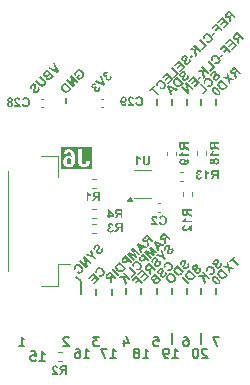
<source format=gbo>
%TF.GenerationSoftware,KiCad,Pcbnew,9.0.0*%
%TF.CreationDate,2025-03-30T18:56:19-05:00*%
%TF.ProjectId,radar-synth,72616461-722d-4737-996e-74682e6b6963,rev?*%
%TF.SameCoordinates,Original*%
%TF.FileFunction,Legend,Bot*%
%TF.FilePolarity,Positive*%
%FSLAX45Y45*%
G04 Gerber Fmt 4.5, Leading zero omitted, Abs format (unit mm)*
G04 Created by KiCad (PCBNEW 9.0.0) date 2025-03-30 18:56:19*
%MOMM*%
%LPD*%
G01*
G04 APERTURE LIST*
%ADD10C,0.160000*%
%ADD11C,0.150000*%
%ADD12C,0.300000*%
%ADD13C,0.120000*%
G04 APERTURE END LIST*
D10*
X14820000Y-7495000D02*
X14820000Y-7545000D01*
X15200000Y-9095000D02*
X15200000Y-9145000D01*
X15075000Y-7495000D02*
X15075000Y-7545000D01*
X15200000Y-7495000D02*
X15200000Y-7545000D01*
X14180000Y-9040000D02*
X14140000Y-9000000D01*
X14950000Y-9095000D02*
X14950000Y-9145000D01*
X15325000Y-9095000D02*
X15325000Y-9145000D01*
X14690000Y-9095000D02*
X14690000Y-9145000D01*
X14820000Y-9095000D02*
X14820000Y-9145000D01*
X14440000Y-9105000D02*
X14440000Y-9155000D01*
X15200000Y-9475000D02*
X15200000Y-9575000D01*
X14180000Y-9150000D02*
X14180000Y-9040000D01*
X15075000Y-9095000D02*
X15075000Y-9145000D01*
X14310000Y-9105000D02*
X14310000Y-9155000D01*
X14950000Y-9475000D02*
X14950000Y-9575000D01*
X14560000Y-9095000D02*
X14560000Y-9145000D01*
X14950000Y-7495000D02*
X14950000Y-7545000D01*
X15325000Y-7495000D02*
X15325000Y-7545000D01*
X14050000Y-7485000D02*
X14050000Y-7535000D01*
G36*
X14956014Y-8758498D02*
G01*
X14943780Y-8768522D01*
X14946321Y-8773004D01*
X14947569Y-8776996D01*
X14947748Y-8780642D01*
X14946943Y-8784206D01*
X14945100Y-8787795D01*
X14942025Y-8791499D01*
X14938105Y-8794823D01*
X14934601Y-8796730D01*
X14931393Y-8797523D01*
X14928108Y-8797439D01*
X14925432Y-8796567D01*
X14923203Y-8794936D01*
X14921655Y-8792785D01*
X14921014Y-8790390D01*
X14921275Y-8787705D01*
X14922713Y-8783855D01*
X14929355Y-8772183D01*
X14933572Y-8764232D01*
X14935810Y-8758181D01*
X14936595Y-8753607D01*
X14936380Y-8748758D01*
X14935264Y-8744428D01*
X14933266Y-8740503D01*
X14930322Y-8736903D01*
X14927216Y-8734339D01*
X14923704Y-8732445D01*
X14919715Y-8731200D01*
X14915567Y-8730747D01*
X14911309Y-8731158D01*
X14906855Y-8732489D01*
X14902650Y-8734564D01*
X14898286Y-8737569D01*
X14893723Y-8741649D01*
X14888661Y-8747405D01*
X14885257Y-8752720D01*
X14883226Y-8757685D01*
X14882365Y-8762408D01*
X14882530Y-8767294D01*
X14883697Y-8771893D01*
X14885897Y-8776308D01*
X14889246Y-8780611D01*
X14901128Y-8769613D01*
X14899070Y-8766081D01*
X14898099Y-8762985D01*
X14898009Y-8760194D01*
X14898731Y-8757479D01*
X14900418Y-8754464D01*
X14903342Y-8751041D01*
X14906873Y-8748029D01*
X14910133Y-8746185D01*
X14913204Y-8745290D01*
X14915211Y-8745260D01*
X14916960Y-8745820D01*
X14918544Y-8746996D01*
X14919979Y-8749259D01*
X14920295Y-8752146D01*
X14919667Y-8754774D01*
X14917696Y-8759270D01*
X14913608Y-8766481D01*
X14908049Y-8776439D01*
X14905377Y-8782939D01*
X14904475Y-8787033D01*
X14904317Y-8791020D01*
X14904883Y-8794963D01*
X14906193Y-8798716D01*
X14908404Y-8802465D01*
X14911656Y-8806262D01*
X14915127Y-8809135D01*
X14919047Y-8811269D01*
X14923494Y-8812690D01*
X14928108Y-8813232D01*
X14932736Y-8812804D01*
X14937472Y-8811367D01*
X14941933Y-8809104D01*
X14946712Y-8805751D01*
X14951869Y-8801108D01*
X14956935Y-8795330D01*
X14960399Y-8789892D01*
X14962514Y-8784713D01*
X14963458Y-8779696D01*
X14963333Y-8774552D01*
X14962124Y-8769368D01*
X14959742Y-8764046D01*
X14956014Y-8758498D01*
G37*
G36*
X14903587Y-8847179D02*
G01*
X14879675Y-8823266D01*
X14867527Y-8769613D01*
X14854114Y-8783026D01*
X14863306Y-8818876D01*
X14827721Y-8809419D01*
X14814544Y-8822596D01*
X14868356Y-8834744D01*
X14892189Y-8858578D01*
X14903587Y-8847179D01*
G37*
G36*
X14850456Y-8864056D02*
G01*
X14838222Y-8874080D01*
X14840763Y-8878562D01*
X14842011Y-8882554D01*
X14842191Y-8886200D01*
X14841385Y-8889763D01*
X14839542Y-8893353D01*
X14836467Y-8897057D01*
X14832547Y-8900381D01*
X14829043Y-8902288D01*
X14825835Y-8903081D01*
X14822551Y-8902997D01*
X14819874Y-8902125D01*
X14817646Y-8900493D01*
X14816097Y-8898343D01*
X14815456Y-8895948D01*
X14815717Y-8893263D01*
X14817155Y-8889413D01*
X14823797Y-8877741D01*
X14828014Y-8869790D01*
X14830252Y-8863739D01*
X14831037Y-8859165D01*
X14830822Y-8854315D01*
X14829706Y-8849986D01*
X14827708Y-8846061D01*
X14824765Y-8842461D01*
X14821659Y-8839896D01*
X14818146Y-8838003D01*
X14814157Y-8836758D01*
X14810009Y-8836304D01*
X14805751Y-8836716D01*
X14801297Y-8838046D01*
X14797092Y-8840122D01*
X14792728Y-8843127D01*
X14788165Y-8847207D01*
X14783103Y-8852963D01*
X14779699Y-8858278D01*
X14777668Y-8863243D01*
X14776808Y-8867966D01*
X14776972Y-8872852D01*
X14778139Y-8877451D01*
X14780339Y-8881865D01*
X14783688Y-8886169D01*
X14795570Y-8875171D01*
X14793513Y-8871639D01*
X14792542Y-8868543D01*
X14792451Y-8865752D01*
X14793174Y-8863037D01*
X14794860Y-8860022D01*
X14797784Y-8856598D01*
X14801315Y-8853587D01*
X14804575Y-8851743D01*
X14807646Y-8850847D01*
X14809653Y-8850817D01*
X14811402Y-8851378D01*
X14812986Y-8852554D01*
X14814421Y-8854817D01*
X14814737Y-8857704D01*
X14814110Y-8860332D01*
X14812139Y-8864828D01*
X14808050Y-8872038D01*
X14802491Y-8881996D01*
X14799819Y-8888497D01*
X14798917Y-8892591D01*
X14798759Y-8896578D01*
X14799325Y-8900521D01*
X14800635Y-8904274D01*
X14802846Y-8908023D01*
X14806099Y-8911819D01*
X14809570Y-8914693D01*
X14813490Y-8916827D01*
X14817936Y-8918248D01*
X14822550Y-8918789D01*
X14827178Y-8918361D01*
X14831915Y-8916925D01*
X14836376Y-8914662D01*
X14841155Y-8911309D01*
X14846311Y-8906666D01*
X14851378Y-8900888D01*
X14854841Y-8895449D01*
X14856956Y-8890271D01*
X14857900Y-8885254D01*
X14857775Y-8880110D01*
X14856567Y-8874926D01*
X14854184Y-8869603D01*
X14850456Y-8864056D01*
G37*
G36*
X14812869Y-8937898D02*
G01*
X14801429Y-8949338D01*
X14777775Y-8925684D01*
X14775457Y-8928002D01*
X14771975Y-8931866D01*
X14770338Y-8934399D01*
X14769490Y-8936999D01*
X14769250Y-8940192D01*
X14769715Y-8944450D01*
X14771540Y-8954536D01*
X14775616Y-8975151D01*
X14761938Y-8988829D01*
X14757800Y-8970861D01*
X14755746Y-8960827D01*
X14755116Y-8955148D01*
X14755353Y-8950059D01*
X14756484Y-8944267D01*
X14751977Y-8947178D01*
X14747778Y-8949050D01*
X14743817Y-8950030D01*
X14740018Y-8950212D01*
X14736213Y-8949642D01*
X14732592Y-8948349D01*
X14729097Y-8946292D01*
X14725683Y-8943380D01*
X14722673Y-8939801D01*
X14720531Y-8936004D01*
X14719186Y-8931936D01*
X14718666Y-8927701D01*
X14718824Y-8926064D01*
X14734992Y-8926064D01*
X14735433Y-8928158D01*
X14736455Y-8930213D01*
X14738153Y-8932278D01*
X14740891Y-8934403D01*
X14743627Y-8935432D01*
X14746462Y-8935524D01*
X14749265Y-8934658D01*
X14752532Y-8932324D01*
X14760249Y-8925083D01*
X14768711Y-8916621D01*
X14754121Y-8902030D01*
X14745196Y-8910956D01*
X14737044Y-8919501D01*
X14735352Y-8922844D01*
X14734992Y-8926064D01*
X14718824Y-8926064D01*
X14719049Y-8923718D01*
X14720319Y-8919888D01*
X14722377Y-8916302D01*
X14726073Y-8911500D01*
X14731980Y-8905160D01*
X14756055Y-8881085D01*
X14812869Y-8937898D01*
G37*
G36*
X14755762Y-8995005D02*
G01*
X14698948Y-8938192D01*
X14656943Y-8980197D01*
X14666449Y-8989703D01*
X14697018Y-8959134D01*
X14709618Y-8971735D01*
X14681177Y-9000176D01*
X14690683Y-9009681D01*
X14719124Y-8981240D01*
X14734819Y-8996936D01*
X14703169Y-9028586D01*
X14712675Y-9038092D01*
X14755762Y-8995005D01*
G37*
G36*
X14702907Y-9047860D02*
G01*
X14646094Y-8991046D01*
X14607255Y-9029885D01*
X14616761Y-9039390D01*
X14644159Y-9011992D01*
X14657865Y-9025698D01*
X14634215Y-9049348D01*
X14643721Y-9058854D01*
X14667371Y-9035204D01*
X14691467Y-9059300D01*
X14702907Y-9047860D01*
G37*
X13828521Y-9714378D02*
X13874236Y-9714378D01*
X13851378Y-9714378D02*
X13851378Y-9634378D01*
X13851378Y-9634378D02*
X13858997Y-9645806D01*
X13858997Y-9645806D02*
X13866616Y-9653425D01*
X13866616Y-9653425D02*
X13874236Y-9657235D01*
X13756140Y-9634378D02*
X13794235Y-9634378D01*
X13794235Y-9634378D02*
X13798045Y-9672473D01*
X13798045Y-9672473D02*
X13794235Y-9668663D01*
X13794235Y-9668663D02*
X13786616Y-9664854D01*
X13786616Y-9664854D02*
X13767569Y-9664854D01*
X13767569Y-9664854D02*
X13759950Y-9668663D01*
X13759950Y-9668663D02*
X13756140Y-9672473D01*
X13756140Y-9672473D02*
X13752331Y-9680092D01*
X13752331Y-9680092D02*
X13752331Y-9699139D01*
X13752331Y-9699139D02*
X13756140Y-9706758D01*
X13756140Y-9706758D02*
X13759950Y-9710568D01*
X13759950Y-9710568D02*
X13767569Y-9714378D01*
X13767569Y-9714378D02*
X13786616Y-9714378D01*
X13786616Y-9714378D02*
X13794235Y-9710568D01*
X13794235Y-9710568D02*
X13798045Y-9706758D01*
G36*
X15490436Y-6800330D02*
G01*
X15478996Y-6811770D01*
X15455343Y-6788116D01*
X15453025Y-6790434D01*
X15449542Y-6794298D01*
X15447906Y-6796831D01*
X15447057Y-6799431D01*
X15446818Y-6802624D01*
X15447282Y-6806883D01*
X15449108Y-6816969D01*
X15453184Y-6837583D01*
X15439505Y-6851261D01*
X15435367Y-6833293D01*
X15433314Y-6823259D01*
X15432684Y-6817580D01*
X15432921Y-6812491D01*
X15434051Y-6806700D01*
X15429545Y-6809610D01*
X15425346Y-6811482D01*
X15421385Y-6812462D01*
X15417586Y-6812644D01*
X15413781Y-6812074D01*
X15410160Y-6810781D01*
X15406664Y-6808724D01*
X15403251Y-6805812D01*
X15400241Y-6802233D01*
X15398099Y-6798437D01*
X15396754Y-6794368D01*
X15396234Y-6790133D01*
X15396391Y-6788496D01*
X15412560Y-6788496D01*
X15413001Y-6790590D01*
X15414023Y-6792645D01*
X15415720Y-6794710D01*
X15418459Y-6796836D01*
X15421195Y-6797864D01*
X15424030Y-6797956D01*
X15426832Y-6797090D01*
X15430099Y-6794756D01*
X15437816Y-6787515D01*
X15446279Y-6779053D01*
X15431689Y-6764463D01*
X15422763Y-6773388D01*
X15414612Y-6781934D01*
X15412920Y-6785276D01*
X15412560Y-6788496D01*
X15396391Y-6788496D01*
X15396617Y-6786150D01*
X15397887Y-6782320D01*
X15399945Y-6778734D01*
X15403641Y-6773932D01*
X15409548Y-6767592D01*
X15433623Y-6743517D01*
X15490436Y-6800330D01*
G37*
G36*
X15433329Y-6857437D02*
G01*
X15376516Y-6800624D01*
X15334511Y-6842629D01*
X15344016Y-6852135D01*
X15374585Y-6821566D01*
X15387186Y-6834167D01*
X15358745Y-6862608D01*
X15368250Y-6872114D01*
X15396692Y-6843672D01*
X15412387Y-6859368D01*
X15380737Y-6891018D01*
X15390243Y-6900524D01*
X15433329Y-6857437D01*
G37*
G36*
X15380475Y-6910292D02*
G01*
X15323661Y-6853479D01*
X15284823Y-6892317D01*
X15294329Y-6901822D01*
X15321727Y-6874424D01*
X15335433Y-6888130D01*
X15311783Y-6911781D01*
X15321288Y-6921286D01*
X15344939Y-6897636D01*
X15369035Y-6921732D01*
X15380475Y-6910292D01*
G37*
G36*
X15318477Y-6942225D02*
G01*
X15307645Y-6931393D01*
X15286312Y-6952726D01*
X15297144Y-6963558D01*
X15318477Y-6942225D01*
G37*
G36*
X15248583Y-7000182D02*
G01*
X15241028Y-7014810D01*
X15247194Y-7017810D01*
X15252906Y-7019613D01*
X15258257Y-7020365D01*
X15263342Y-7020157D01*
X15268323Y-7019021D01*
X15273206Y-7016952D01*
X15278054Y-7013864D01*
X15282910Y-7009625D01*
X15287048Y-7004837D01*
X15290130Y-6999872D01*
X15292251Y-6994685D01*
X15293460Y-6989209D01*
X15293752Y-6983364D01*
X15293100Y-6977652D01*
X15291475Y-6972025D01*
X15288819Y-6966413D01*
X15285023Y-6960759D01*
X15279936Y-6955019D01*
X15273842Y-6949593D01*
X15267923Y-6945566D01*
X15262131Y-6942762D01*
X15256404Y-6941051D01*
X15250669Y-6940357D01*
X15244793Y-6940638D01*
X15239225Y-6941881D01*
X15233883Y-6944094D01*
X15228702Y-6947341D01*
X15223634Y-6951738D01*
X15218916Y-6957284D01*
X15215648Y-6962917D01*
X15213665Y-6968711D01*
X15212891Y-6974770D01*
X15213260Y-6979662D01*
X15214742Y-6985028D01*
X15217530Y-6991001D01*
X15231505Y-6982331D01*
X15229659Y-6978610D01*
X15228762Y-6974924D01*
X15228746Y-6971185D01*
X15229587Y-6967540D01*
X15231288Y-6964131D01*
X15233941Y-6960884D01*
X15237299Y-6958118D01*
X15240828Y-6956294D01*
X15244597Y-6955323D01*
X15248700Y-6955195D01*
X15252604Y-6955958D01*
X15256922Y-6957823D01*
X15261781Y-6961043D01*
X15267300Y-6965955D01*
X15272566Y-6971833D01*
X15275992Y-6976897D01*
X15277964Y-6981290D01*
X15278779Y-6985163D01*
X15278697Y-6989262D01*
X15277773Y-6993004D01*
X15276002Y-6996487D01*
X15273300Y-6999781D01*
X15270040Y-7002376D01*
X15266480Y-7003992D01*
X15262523Y-7004693D01*
X15258492Y-7004404D01*
X15253903Y-7002988D01*
X15248583Y-7000182D01*
G37*
G36*
X15248379Y-7042388D02*
G01*
X15192229Y-6986238D01*
X15180789Y-6997678D01*
X15227433Y-7044322D01*
X15198992Y-7072763D01*
X15208498Y-7082269D01*
X15248379Y-7042388D01*
G37*
G36*
X15200173Y-7090593D02*
G01*
X15143360Y-7033780D01*
X15131923Y-7045217D01*
X15157017Y-7070311D01*
X15108815Y-7068325D01*
X15093434Y-7083706D01*
X15136852Y-7084459D01*
X15149087Y-7141680D01*
X15163888Y-7126879D01*
X15152841Y-7084683D01*
X15171611Y-7084904D01*
X15188737Y-7102030D01*
X15200173Y-7090593D01*
G37*
G36*
X15129467Y-7131234D02*
G01*
X15118635Y-7120402D01*
X15097303Y-7141735D01*
X15108135Y-7152567D01*
X15129467Y-7131234D01*
G37*
G36*
X15101593Y-7152919D02*
G01*
X15089358Y-7162943D01*
X15091900Y-7167425D01*
X15093148Y-7171417D01*
X15093327Y-7175064D01*
X15092521Y-7178627D01*
X15090678Y-7182216D01*
X15087604Y-7185920D01*
X15083683Y-7189244D01*
X15080179Y-7191151D01*
X15076972Y-7191944D01*
X15073687Y-7191860D01*
X15071010Y-7190988D01*
X15068782Y-7189357D01*
X15067233Y-7187207D01*
X15066592Y-7184811D01*
X15066854Y-7182126D01*
X15068292Y-7178276D01*
X15074934Y-7166605D01*
X15079151Y-7158653D01*
X15081389Y-7152602D01*
X15082174Y-7148028D01*
X15081959Y-7143179D01*
X15080843Y-7138849D01*
X15078844Y-7134925D01*
X15075901Y-7131324D01*
X15072795Y-7128760D01*
X15069283Y-7126866D01*
X15065293Y-7125621D01*
X15061145Y-7125168D01*
X15056888Y-7125579D01*
X15052434Y-7126910D01*
X15048228Y-7128985D01*
X15043864Y-7131990D01*
X15039301Y-7136070D01*
X15034240Y-7141826D01*
X15030836Y-7147141D01*
X15028804Y-7152106D01*
X15027944Y-7156829D01*
X15028109Y-7161715D01*
X15029276Y-7166315D01*
X15031476Y-7170729D01*
X15034825Y-7175033D01*
X15046707Y-7164035D01*
X15044649Y-7160503D01*
X15043678Y-7157407D01*
X15043588Y-7154615D01*
X15044310Y-7151900D01*
X15045996Y-7148885D01*
X15048921Y-7145462D01*
X15052451Y-7142451D01*
X15055711Y-7140606D01*
X15058782Y-7139711D01*
X15060790Y-7139681D01*
X15062539Y-7140242D01*
X15064123Y-7141417D01*
X15065558Y-7143680D01*
X15065874Y-7146567D01*
X15065246Y-7149195D01*
X15063275Y-7153692D01*
X15059187Y-7160902D01*
X15053627Y-7170860D01*
X15050955Y-7177361D01*
X15050054Y-7181454D01*
X15049896Y-7185441D01*
X15050461Y-7189384D01*
X15051771Y-7193138D01*
X15053983Y-7196886D01*
X15057235Y-7200683D01*
X15060706Y-7203556D01*
X15064626Y-7205691D01*
X15069072Y-7207111D01*
X15073687Y-7207653D01*
X15078315Y-7207225D01*
X15083051Y-7205788D01*
X15087512Y-7203525D01*
X15092291Y-7200172D01*
X15097448Y-7195529D01*
X15102514Y-7189751D01*
X15105977Y-7184313D01*
X15108093Y-7179134D01*
X15109036Y-7174117D01*
X15108911Y-7168973D01*
X15107703Y-7163789D01*
X15105321Y-7158467D01*
X15101593Y-7152919D01*
G37*
G36*
X15064043Y-7226723D02*
G01*
X15007230Y-7169910D01*
X14965224Y-7211916D01*
X14974730Y-7221421D01*
X15005299Y-7190852D01*
X15017900Y-7203453D01*
X14989458Y-7231894D01*
X14998964Y-7241400D01*
X15027405Y-7212959D01*
X15043101Y-7228654D01*
X15011451Y-7260304D01*
X15020956Y-7269810D01*
X15064043Y-7226723D01*
G37*
G36*
X15010957Y-7279810D02*
G01*
X14954807Y-7223660D01*
X14943367Y-7235100D01*
X14990011Y-7281744D01*
X14961570Y-7310185D01*
X14971076Y-7319691D01*
X15010957Y-7279810D01*
G37*
G36*
X14962907Y-7327860D02*
G01*
X14906093Y-7271047D01*
X14864088Y-7313052D01*
X14873593Y-7322558D01*
X14904162Y-7291989D01*
X14916763Y-7304590D01*
X14888322Y-7333031D01*
X14897828Y-7342536D01*
X14926269Y-7314095D01*
X14941964Y-7329791D01*
X14910314Y-7361441D01*
X14919820Y-7370947D01*
X14962907Y-7327860D01*
G37*
G36*
X14852879Y-7395885D02*
G01*
X14845325Y-7410513D01*
X14851490Y-7413514D01*
X14857202Y-7415317D01*
X14862554Y-7416069D01*
X14867639Y-7415860D01*
X14872620Y-7414725D01*
X14877503Y-7412655D01*
X14882350Y-7409568D01*
X14887206Y-7405329D01*
X14891345Y-7400540D01*
X14894427Y-7395576D01*
X14896548Y-7390388D01*
X14897756Y-7384913D01*
X14898049Y-7379067D01*
X14897397Y-7373355D01*
X14895772Y-7367728D01*
X14893115Y-7362116D01*
X14889319Y-7356463D01*
X14884232Y-7350723D01*
X14878138Y-7345297D01*
X14872219Y-7341270D01*
X14866428Y-7338465D01*
X14860701Y-7336755D01*
X14854965Y-7336060D01*
X14849089Y-7336342D01*
X14843522Y-7337584D01*
X14838180Y-7339797D01*
X14832998Y-7343044D01*
X14827930Y-7347441D01*
X14823212Y-7352987D01*
X14819944Y-7358620D01*
X14817962Y-7364415D01*
X14817188Y-7370473D01*
X14817556Y-7375365D01*
X14819038Y-7380732D01*
X14821827Y-7386704D01*
X14835802Y-7378034D01*
X14833956Y-7374314D01*
X14833059Y-7370628D01*
X14833042Y-7366888D01*
X14833883Y-7363243D01*
X14835584Y-7359834D01*
X14838237Y-7356588D01*
X14841595Y-7353821D01*
X14845125Y-7351997D01*
X14848894Y-7351026D01*
X14852997Y-7350899D01*
X14856901Y-7351661D01*
X14861218Y-7353527D01*
X14866077Y-7356747D01*
X14871597Y-7361658D01*
X14876863Y-7367537D01*
X14880289Y-7372600D01*
X14882261Y-7376993D01*
X14883075Y-7380867D01*
X14882994Y-7384966D01*
X14882069Y-7388707D01*
X14880299Y-7392191D01*
X14877597Y-7395485D01*
X14874336Y-7398079D01*
X14870777Y-7399695D01*
X14866820Y-7400396D01*
X14862789Y-7400108D01*
X14858199Y-7398692D01*
X14852879Y-7395885D01*
G37*
G36*
X14840230Y-7450536D02*
G01*
X14792923Y-7403229D01*
X14809734Y-7386418D01*
X14800228Y-7376912D01*
X14755207Y-7421933D01*
X14764713Y-7431438D01*
X14781486Y-7414665D01*
X14828794Y-7461973D01*
X14840230Y-7450536D01*
G37*
G36*
X13990021Y-7260746D02*
G01*
X13953455Y-7183684D01*
X13941052Y-7196088D01*
X13968716Y-7252428D01*
X13912842Y-7224298D01*
X13900708Y-7236432D01*
X13977810Y-7272956D01*
X13990021Y-7260746D01*
G37*
G36*
X13951656Y-7299111D02*
G01*
X13932375Y-7318392D01*
X13922251Y-7328182D01*
X13918192Y-7331800D01*
X13914675Y-7334223D01*
X13911234Y-7335852D01*
X13907827Y-7336778D01*
X13904305Y-7337081D01*
X13900733Y-7336772D01*
X13897060Y-7335828D01*
X13893562Y-7334342D01*
X13890463Y-7332429D01*
X13887720Y-7330080D01*
X13884850Y-7326572D01*
X13882948Y-7322813D01*
X13881935Y-7318727D01*
X13881850Y-7314515D01*
X13882748Y-7310176D01*
X13883190Y-7309160D01*
X13895887Y-7309160D01*
X13895931Y-7312171D01*
X13896954Y-7315023D01*
X13899050Y-7317763D01*
X13901209Y-7319533D01*
X13903342Y-7320578D01*
X13905502Y-7321003D01*
X13908785Y-7320644D01*
X13911930Y-7319127D01*
X13914376Y-7317146D01*
X13920123Y-7311632D01*
X13930710Y-7301045D01*
X13915457Y-7285792D01*
X13906220Y-7295028D01*
X13899358Y-7302424D01*
X13896898Y-7305988D01*
X13895887Y-7309160D01*
X13883190Y-7309160D01*
X13884732Y-7305608D01*
X13881138Y-7306595D01*
X13877556Y-7306865D01*
X13873921Y-7306430D01*
X13870430Y-7305326D01*
X13867294Y-7303612D01*
X13864457Y-7301256D01*
X13862251Y-7298652D01*
X13860633Y-7295871D01*
X13859559Y-7292876D01*
X13858844Y-7288206D01*
X13858998Y-7286071D01*
X13874432Y-7286071D01*
X13875191Y-7288972D01*
X13877230Y-7291771D01*
X13879180Y-7293324D01*
X13881189Y-7294207D01*
X13883320Y-7294496D01*
X13886559Y-7293880D01*
X13889952Y-7291898D01*
X13898456Y-7283781D01*
X13905951Y-7276286D01*
X13892908Y-7263243D01*
X13886339Y-7269813D01*
X13876757Y-7279781D01*
X13875325Y-7282017D01*
X13874586Y-7284091D01*
X13874432Y-7286071D01*
X13858998Y-7286071D01*
X13859162Y-7283788D01*
X13860454Y-7279559D01*
X13862733Y-7275533D01*
X13866068Y-7271404D01*
X13872197Y-7264943D01*
X13894843Y-7242297D01*
X13951656Y-7299111D01*
G37*
G36*
X13837812Y-7299328D02*
G01*
X13826375Y-7310765D01*
X13857424Y-7341814D01*
X13864038Y-7348705D01*
X13866581Y-7351820D01*
X13868069Y-7354757D01*
X13868776Y-7357779D01*
X13868736Y-7360967D01*
X13867920Y-7364054D01*
X13866176Y-7367258D01*
X13863310Y-7370656D01*
X13859858Y-7373586D01*
X13856775Y-7375273D01*
X13853956Y-7375982D01*
X13851036Y-7375961D01*
X13848424Y-7375303D01*
X13846036Y-7374010D01*
X13842267Y-7370943D01*
X13835794Y-7364777D01*
X13804079Y-7333061D01*
X13792639Y-7344501D01*
X13822551Y-7374414D01*
X13832340Y-7383633D01*
X13837971Y-7387975D01*
X13841514Y-7389893D01*
X13845022Y-7391117D01*
X13848537Y-7391702D01*
X13852100Y-7391673D01*
X13855851Y-7391018D01*
X13859845Y-7389678D01*
X13863589Y-7387746D01*
X13867770Y-7384767D01*
X13872467Y-7380510D01*
X13877649Y-7374820D01*
X13880983Y-7370151D01*
X13882895Y-7366317D01*
X13884138Y-7362217D01*
X13884694Y-7358397D01*
X13884625Y-7354798D01*
X13883535Y-7349615D01*
X13881520Y-7345275D01*
X13876835Y-7339007D01*
X13868187Y-7329704D01*
X13837812Y-7299328D01*
G37*
G36*
X13822175Y-7392337D02*
G01*
X13809940Y-7402361D01*
X13812482Y-7406843D01*
X13813730Y-7410835D01*
X13813909Y-7414482D01*
X13813103Y-7418045D01*
X13811260Y-7421634D01*
X13808186Y-7425338D01*
X13804266Y-7428662D01*
X13800762Y-7430569D01*
X13797554Y-7431362D01*
X13794269Y-7431278D01*
X13791592Y-7430406D01*
X13789364Y-7428775D01*
X13787816Y-7426625D01*
X13787174Y-7424229D01*
X13787436Y-7421544D01*
X13788874Y-7417694D01*
X13795516Y-7406022D01*
X13799733Y-7398071D01*
X13801971Y-7392020D01*
X13802756Y-7387446D01*
X13802541Y-7382597D01*
X13801425Y-7378267D01*
X13799426Y-7374342D01*
X13796483Y-7370742D01*
X13793377Y-7368178D01*
X13789865Y-7366284D01*
X13785876Y-7365039D01*
X13781728Y-7364586D01*
X13777470Y-7364997D01*
X13773016Y-7366328D01*
X13768810Y-7368403D01*
X13764446Y-7371408D01*
X13759883Y-7375488D01*
X13754822Y-7381244D01*
X13751418Y-7386559D01*
X13749386Y-7391524D01*
X13748526Y-7396247D01*
X13748691Y-7401133D01*
X13749858Y-7405732D01*
X13752058Y-7410147D01*
X13755407Y-7414450D01*
X13767289Y-7403453D01*
X13765231Y-7399920D01*
X13764260Y-7396824D01*
X13764170Y-7394033D01*
X13764892Y-7391318D01*
X13766578Y-7388303D01*
X13769503Y-7384880D01*
X13773034Y-7381868D01*
X13776294Y-7380024D01*
X13779365Y-7379129D01*
X13781372Y-7379099D01*
X13783121Y-7379660D01*
X13784705Y-7380835D01*
X13786140Y-7383098D01*
X13786456Y-7385985D01*
X13785828Y-7388613D01*
X13783857Y-7393109D01*
X13779769Y-7400320D01*
X13774209Y-7410278D01*
X13771538Y-7416779D01*
X13770636Y-7420872D01*
X13770478Y-7424859D01*
X13771044Y-7428802D01*
X13772354Y-7432555D01*
X13774565Y-7436304D01*
X13777817Y-7440101D01*
X13781288Y-7442974D01*
X13785208Y-7445108D01*
X13789654Y-7446529D01*
X13794269Y-7447071D01*
X13798897Y-7446643D01*
X13803633Y-7445206D01*
X13808094Y-7442943D01*
X13812873Y-7439590D01*
X13818030Y-7434947D01*
X13823096Y-7429169D01*
X13826559Y-7423731D01*
X13828675Y-7418552D01*
X13829618Y-7413535D01*
X13829493Y-7408391D01*
X13828285Y-7403207D01*
X13825903Y-7397885D01*
X13822175Y-7392337D01*
G37*
X14795664Y-9509378D02*
X14833759Y-9509378D01*
X14833759Y-9509378D02*
X14837569Y-9547473D01*
X14837569Y-9547473D02*
X14833759Y-9543663D01*
X14833759Y-9543663D02*
X14826140Y-9539854D01*
X14826140Y-9539854D02*
X14807093Y-9539854D01*
X14807093Y-9539854D02*
X14799474Y-9543663D01*
X14799474Y-9543663D02*
X14795664Y-9547473D01*
X14795664Y-9547473D02*
X14791855Y-9555092D01*
X14791855Y-9555092D02*
X14791855Y-9574139D01*
X14791855Y-9574139D02*
X14795664Y-9581758D01*
X14795664Y-9581758D02*
X14799474Y-9585568D01*
X14799474Y-9585568D02*
X14807093Y-9589378D01*
X14807093Y-9589378D02*
X14826140Y-9589378D01*
X14826140Y-9589378D02*
X14833759Y-9585568D01*
X14833759Y-9585568D02*
X14837569Y-9581758D01*
G36*
X14914445Y-8934319D02*
G01*
X14906891Y-8948947D01*
X14913057Y-8951948D01*
X14918768Y-8953750D01*
X14924120Y-8954502D01*
X14929205Y-8954294D01*
X14934186Y-8953159D01*
X14939069Y-8951089D01*
X14943916Y-8948002D01*
X14948772Y-8943763D01*
X14952911Y-8938974D01*
X14955993Y-8934010D01*
X14958114Y-8928822D01*
X14959322Y-8923347D01*
X14959615Y-8917501D01*
X14958963Y-8911789D01*
X14957338Y-8906162D01*
X14954681Y-8900550D01*
X14950886Y-8894896D01*
X14945798Y-8889157D01*
X14939704Y-8883731D01*
X14933786Y-8879703D01*
X14927994Y-8876899D01*
X14922267Y-8875189D01*
X14916532Y-8874494D01*
X14910656Y-8874776D01*
X14905088Y-8876018D01*
X14899746Y-8878231D01*
X14894565Y-8881478D01*
X14889496Y-8885875D01*
X14884778Y-8891421D01*
X14881510Y-8897054D01*
X14879528Y-8902849D01*
X14878754Y-8908907D01*
X14879122Y-8913799D01*
X14880604Y-8919166D01*
X14883393Y-8925138D01*
X14897368Y-8916468D01*
X14895522Y-8912748D01*
X14894625Y-8909062D01*
X14894608Y-8905322D01*
X14895450Y-8901677D01*
X14897151Y-8898268D01*
X14899803Y-8895022D01*
X14903161Y-8892255D01*
X14906691Y-8890431D01*
X14910460Y-8889460D01*
X14914563Y-8889333D01*
X14918467Y-8890095D01*
X14922785Y-8891960D01*
X14927643Y-8895180D01*
X14933163Y-8900092D01*
X14938429Y-8905971D01*
X14941855Y-8911034D01*
X14943827Y-8915427D01*
X14944641Y-8919301D01*
X14944560Y-8923400D01*
X14943636Y-8927141D01*
X14941865Y-8930624D01*
X14939163Y-8933919D01*
X14935902Y-8936513D01*
X14932343Y-8938129D01*
X14928386Y-8938830D01*
X14924355Y-8938541D01*
X14919765Y-8937126D01*
X14914445Y-8934319D01*
G37*
G36*
X14899320Y-8955192D02*
G01*
X14887085Y-8965216D01*
X14889627Y-8969699D01*
X14890875Y-8973691D01*
X14891054Y-8977337D01*
X14890248Y-8980900D01*
X14888405Y-8984489D01*
X14885331Y-8988193D01*
X14881410Y-8991517D01*
X14877907Y-8993425D01*
X14874699Y-8994217D01*
X14871414Y-8994133D01*
X14868737Y-8993261D01*
X14866509Y-8991630D01*
X14864960Y-8989480D01*
X14864319Y-8987084D01*
X14864581Y-8984399D01*
X14866019Y-8980549D01*
X14872661Y-8968878D01*
X14876878Y-8960926D01*
X14879116Y-8954876D01*
X14879901Y-8950301D01*
X14879686Y-8945452D01*
X14878570Y-8941122D01*
X14876571Y-8937198D01*
X14873628Y-8933597D01*
X14870522Y-8931033D01*
X14867010Y-8929139D01*
X14863020Y-8927895D01*
X14858872Y-8927441D01*
X14854615Y-8927852D01*
X14850161Y-8929183D01*
X14845955Y-8931258D01*
X14841591Y-8934263D01*
X14837028Y-8938343D01*
X14831967Y-8944099D01*
X14828563Y-8949414D01*
X14826531Y-8954380D01*
X14825671Y-8959102D01*
X14825836Y-8963988D01*
X14827003Y-8968588D01*
X14829203Y-8973002D01*
X14832552Y-8977306D01*
X14844434Y-8966308D01*
X14842376Y-8962776D01*
X14841405Y-8959680D01*
X14841315Y-8956888D01*
X14842037Y-8954174D01*
X14843723Y-8951158D01*
X14846648Y-8947735D01*
X14850178Y-8944724D01*
X14853438Y-8942879D01*
X14856509Y-8941984D01*
X14858517Y-8941954D01*
X14860266Y-8942515D01*
X14861850Y-8943690D01*
X14863285Y-8945953D01*
X14863601Y-8948840D01*
X14862973Y-8951468D01*
X14861002Y-8955965D01*
X14856914Y-8963175D01*
X14851354Y-8973133D01*
X14848682Y-8979634D01*
X14847781Y-8983728D01*
X14847623Y-8987715D01*
X14848188Y-8991658D01*
X14849499Y-8995411D01*
X14851710Y-8999159D01*
X14854962Y-9002956D01*
X14858433Y-9005829D01*
X14862353Y-9007964D01*
X14866799Y-9009384D01*
X14871414Y-9009926D01*
X14876042Y-9009498D01*
X14880778Y-9008061D01*
X14885239Y-9005798D01*
X14890018Y-9002445D01*
X14895175Y-8997802D01*
X14900241Y-8992024D01*
X14903704Y-8986586D01*
X14905820Y-8981407D01*
X14906763Y-8976390D01*
X14906638Y-8971246D01*
X14905430Y-8966063D01*
X14903048Y-8960740D01*
X14899320Y-8955192D01*
G37*
G36*
X14861732Y-9029035D02*
G01*
X14842451Y-9048315D01*
X14832327Y-9058106D01*
X14828269Y-9061724D01*
X14824751Y-9064147D01*
X14821310Y-9065776D01*
X14817903Y-9066702D01*
X14814381Y-9067004D01*
X14810809Y-9066696D01*
X14807136Y-9065752D01*
X14803638Y-9064265D01*
X14800539Y-9062353D01*
X14797796Y-9060004D01*
X14794927Y-9056496D01*
X14793024Y-9052737D01*
X14792011Y-9048650D01*
X14791926Y-9044438D01*
X14792825Y-9040100D01*
X14793266Y-9039084D01*
X14805963Y-9039084D01*
X14806007Y-9042095D01*
X14807031Y-9044947D01*
X14809126Y-9047687D01*
X14811285Y-9049457D01*
X14813418Y-9050502D01*
X14815578Y-9050927D01*
X14818861Y-9050568D01*
X14822006Y-9049051D01*
X14824452Y-9047070D01*
X14830199Y-9041556D01*
X14840786Y-9030969D01*
X14825533Y-9015715D01*
X14816297Y-9024952D01*
X14809434Y-9032348D01*
X14806974Y-9035912D01*
X14805963Y-9039084D01*
X14793266Y-9039084D01*
X14794809Y-9035532D01*
X14791214Y-9036519D01*
X14787632Y-9036789D01*
X14783997Y-9036354D01*
X14780507Y-9035250D01*
X14777370Y-9033536D01*
X14774533Y-9031180D01*
X14772327Y-9028576D01*
X14770709Y-9025795D01*
X14769635Y-9022800D01*
X14768921Y-9018130D01*
X14769074Y-9015995D01*
X14784508Y-9015995D01*
X14785267Y-9018896D01*
X14787306Y-9021695D01*
X14789256Y-9023248D01*
X14791266Y-9024131D01*
X14793396Y-9024420D01*
X14796635Y-9023803D01*
X14800028Y-9021822D01*
X14808532Y-9013705D01*
X14816027Y-9006210D01*
X14802984Y-8993167D01*
X14796415Y-8999737D01*
X14786833Y-9009705D01*
X14785401Y-9011940D01*
X14784663Y-9014015D01*
X14784508Y-9015995D01*
X14769074Y-9015995D01*
X14769238Y-9013712D01*
X14770530Y-9009483D01*
X14772809Y-9005457D01*
X14776144Y-9001328D01*
X14782274Y-8994866D01*
X14804919Y-8972221D01*
X14861732Y-9029035D01*
G37*
X13653521Y-9589378D02*
X13699236Y-9589378D01*
X13676378Y-9589378D02*
X13676378Y-9509378D01*
X13676378Y-9509378D02*
X13683997Y-9520806D01*
X13683997Y-9520806D02*
X13691616Y-9528425D01*
X13691616Y-9528425D02*
X13699236Y-9532235D01*
G36*
X15514146Y-8896621D02*
G01*
X15466838Y-8849313D01*
X15483649Y-8832502D01*
X15474144Y-8822996D01*
X15429123Y-8868017D01*
X15438628Y-8877523D01*
X15455401Y-8860750D01*
X15502709Y-8908058D01*
X15514146Y-8896621D01*
G37*
G36*
X15484299Y-8926468D02*
G01*
X15435147Y-8916513D01*
X15425668Y-8871472D01*
X15412298Y-8884842D01*
X15418083Y-8913059D01*
X15389808Y-8907332D01*
X15376554Y-8920586D01*
X15421548Y-8929967D01*
X15431627Y-8979140D01*
X15445423Y-8965344D01*
X15438732Y-8933549D01*
X15470579Y-8940188D01*
X15484299Y-8926468D01*
G37*
G36*
X15425800Y-8984967D02*
G01*
X15404277Y-9006489D01*
X15397927Y-9012162D01*
X15392951Y-9015411D01*
X15388393Y-9017395D01*
X15384227Y-9018526D01*
X15380378Y-9018914D01*
X15375278Y-9018544D01*
X15369936Y-9017255D01*
X15364275Y-9014949D01*
X15359917Y-9012450D01*
X15355319Y-9009044D01*
X15350445Y-9004593D01*
X15345358Y-8999045D01*
X15341566Y-8993971D01*
X15338873Y-8989312D01*
X15336824Y-8984350D01*
X15335576Y-8979495D01*
X15335077Y-8974698D01*
X15335224Y-8972152D01*
X15350465Y-8972152D01*
X15350945Y-8976237D01*
X15352745Y-8980926D01*
X15355854Y-8985684D01*
X15361747Y-8992248D01*
X15368342Y-8998183D01*
X15373359Y-9001540D01*
X15376782Y-9003107D01*
X15379573Y-9003887D01*
X15381863Y-9004054D01*
X15385301Y-9003432D01*
X15388854Y-9001809D01*
X15391693Y-8999733D01*
X15396315Y-8995440D01*
X15404857Y-8986898D01*
X15367056Y-8949096D01*
X15361916Y-8954236D01*
X15355664Y-8960834D01*
X15353070Y-8964173D01*
X15351146Y-8968186D01*
X15350465Y-8972152D01*
X15335224Y-8972152D01*
X15335354Y-8969908D01*
X15336451Y-8965339D01*
X15338386Y-8960923D01*
X15341749Y-8956022D01*
X15348082Y-8949058D01*
X15368986Y-8928154D01*
X15425800Y-8984967D01*
G37*
G36*
X15314477Y-8994269D02*
G01*
X15319054Y-8995250D01*
X15324099Y-8997267D01*
X15329719Y-9000518D01*
X15336018Y-9005252D01*
X15343101Y-9011764D01*
X15349861Y-9019067D01*
X15354677Y-9025352D01*
X15357902Y-9030763D01*
X15359840Y-9035438D01*
X15360735Y-9039518D01*
X15360781Y-9045084D01*
X15359649Y-9050133D01*
X15357348Y-9054808D01*
X15353764Y-9059213D01*
X15349362Y-9062840D01*
X15344856Y-9065137D01*
X15340155Y-9066260D01*
X15335129Y-9066242D01*
X15330555Y-9065260D01*
X15325506Y-9063238D01*
X15319873Y-9059975D01*
X15313549Y-9055219D01*
X15306429Y-9048671D01*
X15299853Y-9041524D01*
X15295089Y-9035198D01*
X15291832Y-9029584D01*
X15289823Y-9024571D01*
X15288858Y-9020047D01*
X15288825Y-9015111D01*
X15302664Y-9015111D01*
X15303036Y-9018046D01*
X15305113Y-9022624D01*
X15308920Y-9027813D01*
X15317790Y-9037311D01*
X15327365Y-9046202D01*
X15333033Y-9050315D01*
X15337043Y-9052104D01*
X15339930Y-9052412D01*
X15342524Y-9051700D01*
X15344701Y-9050149D01*
X15346251Y-9047982D01*
X15346963Y-9045421D01*
X15346873Y-9043623D01*
X15346150Y-9041197D01*
X15344535Y-9037929D01*
X15340725Y-9032736D01*
X15331858Y-9023242D01*
X15322276Y-9014342D01*
X15316574Y-9010196D01*
X15312563Y-9008406D01*
X15309679Y-9008096D01*
X15307083Y-9008810D01*
X15304909Y-9010358D01*
X15303362Y-9012532D01*
X15302664Y-9015111D01*
X15288825Y-9015111D01*
X15288824Y-9014959D01*
X15289938Y-9010218D01*
X15292228Y-9005695D01*
X15295846Y-9001294D01*
X15300246Y-8997670D01*
X15304750Y-8995374D01*
X15309451Y-8994251D01*
X15314477Y-8994269D01*
G37*
G36*
X15191316Y-8923197D02*
G01*
X15179081Y-8933220D01*
X15181623Y-8937703D01*
X15182871Y-8941695D01*
X15183050Y-8945341D01*
X15182244Y-8948904D01*
X15180401Y-8952494D01*
X15177326Y-8956197D01*
X15173406Y-8959522D01*
X15169902Y-8961429D01*
X15166695Y-8962221D01*
X15163410Y-8962138D01*
X15160733Y-8961266D01*
X15158505Y-8959634D01*
X15156956Y-8957484D01*
X15156315Y-8955088D01*
X15156576Y-8952403D01*
X15158014Y-8948553D01*
X15164657Y-8936882D01*
X15168873Y-8928931D01*
X15171111Y-8922880D01*
X15171897Y-8918306D01*
X15171682Y-8913456D01*
X15170566Y-8909126D01*
X15168567Y-8905202D01*
X15165624Y-8901601D01*
X15162518Y-8899037D01*
X15159006Y-8897144D01*
X15155016Y-8895899D01*
X15150868Y-8895445D01*
X15146610Y-8895856D01*
X15142157Y-8897187D01*
X15137951Y-8899263D01*
X15133587Y-8902268D01*
X15129024Y-8906347D01*
X15123963Y-8912104D01*
X15120559Y-8917418D01*
X15118527Y-8922384D01*
X15117667Y-8927107D01*
X15117832Y-8931992D01*
X15118999Y-8936592D01*
X15121198Y-8941006D01*
X15124548Y-8945310D01*
X15136430Y-8934312D01*
X15134372Y-8930780D01*
X15133401Y-8927684D01*
X15133311Y-8924893D01*
X15134033Y-8922178D01*
X15135719Y-8919163D01*
X15138644Y-8915739D01*
X15142174Y-8912728D01*
X15145434Y-8910884D01*
X15148505Y-8909988D01*
X15150512Y-8909958D01*
X15152262Y-8910519D01*
X15153845Y-8911694D01*
X15155280Y-8913958D01*
X15155597Y-8916845D01*
X15154969Y-8919472D01*
X15152998Y-8923969D01*
X15148909Y-8931179D01*
X15143350Y-8941137D01*
X15140678Y-8947638D01*
X15139776Y-8951732D01*
X15139619Y-8955719D01*
X15140184Y-8959662D01*
X15141494Y-8963415D01*
X15143706Y-8967163D01*
X15146958Y-8970960D01*
X15150429Y-8973833D01*
X15154349Y-8975968D01*
X15158795Y-8977388D01*
X15163410Y-8977930D01*
X15168038Y-8977502D01*
X15172774Y-8976065D01*
X15177235Y-8973803D01*
X15182014Y-8970449D01*
X15187171Y-8965807D01*
X15192237Y-8960028D01*
X15195700Y-8954590D01*
X15197816Y-8949411D01*
X15198759Y-8944395D01*
X15198634Y-8939250D01*
X15197426Y-8934067D01*
X15195043Y-8928744D01*
X15191316Y-8923197D01*
G37*
G36*
X15153804Y-8996963D02*
G01*
X15132281Y-9018485D01*
X15125931Y-9024157D01*
X15120955Y-9027407D01*
X15116397Y-9029391D01*
X15112231Y-9030522D01*
X15108382Y-9030910D01*
X15103282Y-9030540D01*
X15097940Y-9029251D01*
X15092279Y-9026944D01*
X15087921Y-9024446D01*
X15083323Y-9021040D01*
X15078449Y-9016589D01*
X15073363Y-9011041D01*
X15069570Y-9005967D01*
X15066878Y-9001308D01*
X15064828Y-8996346D01*
X15063580Y-8991490D01*
X15063082Y-8986694D01*
X15063229Y-8984148D01*
X15078470Y-8984148D01*
X15078949Y-8988233D01*
X15080749Y-8992921D01*
X15083858Y-8997680D01*
X15089751Y-9004244D01*
X15096346Y-9010179D01*
X15101364Y-9013536D01*
X15104787Y-9015103D01*
X15107577Y-9015883D01*
X15109868Y-9016050D01*
X15113305Y-9015428D01*
X15116859Y-9013805D01*
X15119697Y-9011729D01*
X15124320Y-9007436D01*
X15132862Y-8998894D01*
X15095060Y-8961092D01*
X15089920Y-8966231D01*
X15083669Y-8972830D01*
X15081074Y-8976169D01*
X15079150Y-8980182D01*
X15078470Y-8984148D01*
X15063229Y-8984148D01*
X15063358Y-8981904D01*
X15064455Y-8977335D01*
X15066391Y-8972919D01*
X15069753Y-8968018D01*
X15076086Y-8961054D01*
X15096991Y-8940149D01*
X15153804Y-8996963D01*
G37*
G36*
X15096970Y-9053797D02*
G01*
X15040157Y-8996983D01*
X15028717Y-9008423D01*
X15085530Y-9065237D01*
X15096970Y-9053797D01*
G37*
G36*
X14940235Y-8680531D02*
G01*
X14928795Y-8691971D01*
X14905142Y-8668317D01*
X14902824Y-8670635D01*
X14899341Y-8674499D01*
X14897705Y-8677032D01*
X14896857Y-8679632D01*
X14896617Y-8682825D01*
X14897081Y-8687084D01*
X14898907Y-8697170D01*
X14902983Y-8717784D01*
X14889304Y-8731462D01*
X14885166Y-8713494D01*
X14883113Y-8703460D01*
X14882483Y-8697781D01*
X14882720Y-8692692D01*
X14883850Y-8686901D01*
X14879344Y-8689811D01*
X14875145Y-8691683D01*
X14871184Y-8692663D01*
X14867385Y-8692845D01*
X14863580Y-8692275D01*
X14859959Y-8690982D01*
X14856463Y-8688925D01*
X14853050Y-8686013D01*
X14850040Y-8682434D01*
X14847898Y-8678638D01*
X14846553Y-8674569D01*
X14846033Y-8670334D01*
X14846190Y-8668697D01*
X14862359Y-8668697D01*
X14862800Y-8670791D01*
X14863822Y-8672846D01*
X14865519Y-8674911D01*
X14868258Y-8677037D01*
X14870994Y-8678065D01*
X14873829Y-8678157D01*
X14876631Y-8677291D01*
X14879898Y-8674957D01*
X14887615Y-8667716D01*
X14896078Y-8659254D01*
X14881488Y-8644664D01*
X14872562Y-8653589D01*
X14864411Y-8662135D01*
X14862719Y-8665477D01*
X14862359Y-8668697D01*
X14846190Y-8668697D01*
X14846416Y-8666351D01*
X14847686Y-8662521D01*
X14849744Y-8658935D01*
X14853440Y-8654133D01*
X14859347Y-8647793D01*
X14883422Y-8623718D01*
X14940235Y-8680531D01*
G37*
G36*
X14888887Y-8731880D02*
G01*
X14876752Y-8744014D01*
X14859254Y-8735870D01*
X14836612Y-8758511D01*
X14844487Y-8776279D01*
X14832042Y-8788724D01*
X14800952Y-8716309D01*
X14817359Y-8716309D01*
X14830774Y-8745337D01*
X14846232Y-8729880D01*
X14817359Y-8716309D01*
X14800952Y-8716309D01*
X14797912Y-8709228D01*
X14810008Y-8697132D01*
X14888887Y-8731880D01*
G37*
G36*
X14826139Y-8794628D02*
G01*
X14769326Y-8737814D01*
X14752207Y-8754933D01*
X14780683Y-8803967D01*
X14731766Y-8775374D01*
X14714606Y-8792534D01*
X14771419Y-8849348D01*
X14782047Y-8838719D01*
X14737327Y-8793999D01*
X14793290Y-8827476D01*
X14804306Y-8816461D01*
X14770790Y-8760535D01*
X14815511Y-8805256D01*
X14826139Y-8794628D01*
G37*
G36*
X14760051Y-8860715D02*
G01*
X14748615Y-8872152D01*
X14727172Y-8850709D01*
X14719714Y-8858166D01*
X14712168Y-8865238D01*
X14707034Y-8869216D01*
X14703118Y-8871177D01*
X14698409Y-8872459D01*
X14695115Y-8872764D01*
X14691662Y-8872514D01*
X14687999Y-8871672D01*
X14684536Y-8870241D01*
X14680988Y-8867986D01*
X14677312Y-8864770D01*
X14673298Y-8859963D01*
X14670778Y-8855214D01*
X14669540Y-8850429D01*
X14669411Y-8846149D01*
X14685902Y-8846149D01*
X14686363Y-8848598D01*
X14687462Y-8850915D01*
X14689277Y-8853158D01*
X14692034Y-8855252D01*
X14695055Y-8856346D01*
X14698244Y-8856476D01*
X14701459Y-8855600D01*
X14704914Y-8853378D01*
X14711407Y-8847462D01*
X14717666Y-8841203D01*
X14701307Y-8824844D01*
X14695781Y-8830371D01*
X14690236Y-8836168D01*
X14687943Y-8838996D01*
X14686699Y-8841276D01*
X14686027Y-8843642D01*
X14685902Y-8846149D01*
X14669411Y-8846149D01*
X14669390Y-8845467D01*
X14670260Y-8840935D01*
X14672134Y-8836712D01*
X14675620Y-8832075D01*
X14684883Y-8822257D01*
X14703238Y-8803902D01*
X14760051Y-8860715D01*
G37*
G36*
X14650024Y-8928740D02*
G01*
X14642470Y-8943369D01*
X14648635Y-8946369D01*
X14654347Y-8948172D01*
X14659698Y-8948924D01*
X14664784Y-8948716D01*
X14669764Y-8947580D01*
X14674648Y-8945511D01*
X14679495Y-8942423D01*
X14684351Y-8938184D01*
X14688490Y-8933396D01*
X14691572Y-8928431D01*
X14693693Y-8923243D01*
X14694901Y-8917768D01*
X14695194Y-8911922D01*
X14694542Y-8906210D01*
X14692917Y-8900583D01*
X14690260Y-8894972D01*
X14686464Y-8889318D01*
X14681377Y-8883578D01*
X14675283Y-8878152D01*
X14669364Y-8874125D01*
X14663573Y-8871321D01*
X14657846Y-8869610D01*
X14652110Y-8868915D01*
X14646234Y-8869197D01*
X14640667Y-8870439D01*
X14635325Y-8872652D01*
X14630143Y-8875899D01*
X14625075Y-8880297D01*
X14620357Y-8885842D01*
X14617089Y-8891475D01*
X14615107Y-8897270D01*
X14614333Y-8903329D01*
X14614701Y-8908221D01*
X14616183Y-8913587D01*
X14618972Y-8919559D01*
X14632947Y-8910890D01*
X14631101Y-8907169D01*
X14630204Y-8903483D01*
X14630187Y-8899743D01*
X14631028Y-8896098D01*
X14632729Y-8892689D01*
X14635382Y-8889443D01*
X14638740Y-8886676D01*
X14642270Y-8884852D01*
X14646039Y-8883882D01*
X14650142Y-8883754D01*
X14654046Y-8884517D01*
X14658363Y-8886382D01*
X14663222Y-8889602D01*
X14668742Y-8894514D01*
X14674008Y-8900392D01*
X14677434Y-8905455D01*
X14679406Y-8909849D01*
X14680220Y-8913722D01*
X14680139Y-8917821D01*
X14679214Y-8921563D01*
X14677443Y-8925046D01*
X14674742Y-8928340D01*
X14671481Y-8930935D01*
X14667922Y-8932550D01*
X14663965Y-8933252D01*
X14659934Y-8932963D01*
X14655344Y-8931547D01*
X14650024Y-8928740D01*
G37*
G36*
X14649820Y-8970946D02*
G01*
X14593670Y-8914796D01*
X14582230Y-8926236D01*
X14628875Y-8972881D01*
X14600433Y-9001322D01*
X14609939Y-9010828D01*
X14649820Y-8970946D01*
G37*
G36*
X14601615Y-9019152D02*
G01*
X14544801Y-8962339D01*
X14533365Y-8973775D01*
X14558459Y-8998869D01*
X14510257Y-8996883D01*
X14494876Y-9012264D01*
X14538294Y-9013017D01*
X14550528Y-9070238D01*
X14565329Y-9055437D01*
X14554283Y-9013242D01*
X14573053Y-9013463D01*
X14590178Y-9030589D01*
X14601615Y-9019152D01*
G37*
G36*
X14432921Y-7297345D02*
G01*
X14421081Y-7306526D01*
X14423222Y-7309795D01*
X14424404Y-7312804D01*
X14424783Y-7315638D01*
X14424438Y-7318455D01*
X14423410Y-7320942D01*
X14421664Y-7323186D01*
X14419249Y-7325031D01*
X14416548Y-7326056D01*
X14413451Y-7326294D01*
X14410380Y-7325708D01*
X14407342Y-7324229D01*
X14404259Y-7321704D01*
X14401874Y-7318784D01*
X14400490Y-7315907D01*
X14399959Y-7312996D01*
X14400207Y-7310057D01*
X14401187Y-7307501D01*
X14402929Y-7305224D01*
X14405282Y-7303239D01*
X14408725Y-7301052D01*
X14398757Y-7293480D01*
X14395697Y-7296166D01*
X14392853Y-7297697D01*
X14390135Y-7298302D01*
X14387374Y-7298104D01*
X14384846Y-7297117D01*
X14382453Y-7295262D01*
X14380831Y-7293235D01*
X14379918Y-7291178D01*
X14379624Y-7289028D01*
X14379928Y-7286877D01*
X14380841Y-7284828D01*
X14382450Y-7282817D01*
X14384445Y-7281255D01*
X14386645Y-7280320D01*
X14389123Y-7279978D01*
X14391614Y-7280279D01*
X14394251Y-7281300D01*
X14397116Y-7283183D01*
X14405440Y-7271488D01*
X14401170Y-7268960D01*
X14397392Y-7267303D01*
X14394028Y-7266376D01*
X14390578Y-7266051D01*
X14387021Y-7266375D01*
X14383296Y-7267388D01*
X14379759Y-7268983D01*
X14376362Y-7271189D01*
X14373079Y-7274061D01*
X14369491Y-7278333D01*
X14367083Y-7282696D01*
X14365720Y-7287220D01*
X14365352Y-7291998D01*
X14365787Y-7295994D01*
X14366847Y-7299509D01*
X14368513Y-7302628D01*
X14370809Y-7305414D01*
X14373919Y-7307902D01*
X14377370Y-7309522D01*
X14381256Y-7310318D01*
X14385706Y-7310245D01*
X14390874Y-7309169D01*
X14388807Y-7313247D01*
X14387793Y-7317369D01*
X14387773Y-7321638D01*
X14388726Y-7325802D01*
X14390648Y-7329675D01*
X14393638Y-7333341D01*
X14397607Y-7336618D01*
X14401903Y-7338891D01*
X14406605Y-7340229D01*
X14411824Y-7340625D01*
X14416997Y-7340042D01*
X14421802Y-7338496D01*
X14426331Y-7335958D01*
X14430649Y-7332329D01*
X14434143Y-7328232D01*
X14436619Y-7324025D01*
X14438183Y-7319654D01*
X14438883Y-7315051D01*
X14438716Y-7310382D01*
X14437691Y-7305923D01*
X14435786Y-7301597D01*
X14432921Y-7297345D01*
G37*
G36*
X14386944Y-7373823D02*
G01*
X14350378Y-7296762D01*
X14337975Y-7309165D01*
X14365639Y-7365505D01*
X14309765Y-7337375D01*
X14297631Y-7349509D01*
X14374733Y-7386033D01*
X14386944Y-7373823D01*
G37*
G36*
X14336151Y-7394116D02*
G01*
X14324310Y-7403297D01*
X14326452Y-7406566D01*
X14327634Y-7409574D01*
X14328013Y-7412409D01*
X14327667Y-7415225D01*
X14326640Y-7417712D01*
X14324894Y-7419956D01*
X14322478Y-7421801D01*
X14319777Y-7422826D01*
X14316680Y-7423065D01*
X14313609Y-7422478D01*
X14310572Y-7420999D01*
X14307489Y-7418474D01*
X14305104Y-7415555D01*
X14303720Y-7412678D01*
X14303188Y-7409766D01*
X14303436Y-7406828D01*
X14304417Y-7404272D01*
X14306159Y-7401995D01*
X14308511Y-7400010D01*
X14311955Y-7397822D01*
X14301986Y-7390251D01*
X14298926Y-7392936D01*
X14296083Y-7394468D01*
X14293365Y-7395073D01*
X14290604Y-7394875D01*
X14288075Y-7393887D01*
X14285683Y-7392033D01*
X14284061Y-7390006D01*
X14283148Y-7387948D01*
X14282854Y-7385798D01*
X14283157Y-7383648D01*
X14284071Y-7381598D01*
X14285679Y-7379588D01*
X14287674Y-7378025D01*
X14289875Y-7377091D01*
X14292353Y-7376748D01*
X14294843Y-7377049D01*
X14297481Y-7378070D01*
X14300346Y-7379954D01*
X14308670Y-7368258D01*
X14304399Y-7365731D01*
X14300621Y-7364074D01*
X14297258Y-7363146D01*
X14293808Y-7362821D01*
X14290250Y-7363145D01*
X14286526Y-7364158D01*
X14282989Y-7365754D01*
X14279591Y-7367959D01*
X14276308Y-7370832D01*
X14272721Y-7375104D01*
X14270312Y-7379467D01*
X14268949Y-7383990D01*
X14268581Y-7388769D01*
X14269016Y-7392765D01*
X14270077Y-7396280D01*
X14271742Y-7399399D01*
X14274039Y-7402185D01*
X14277149Y-7404673D01*
X14280600Y-7406292D01*
X14284485Y-7407088D01*
X14288935Y-7407015D01*
X14294104Y-7405939D01*
X14292036Y-7410018D01*
X14291022Y-7414140D01*
X14291002Y-7418409D01*
X14291955Y-7422572D01*
X14293877Y-7426445D01*
X14296867Y-7430111D01*
X14300836Y-7433389D01*
X14305133Y-7435661D01*
X14309835Y-7436999D01*
X14315053Y-7437396D01*
X14320227Y-7436813D01*
X14325032Y-7435267D01*
X14329561Y-7432729D01*
X14333878Y-7429099D01*
X14337372Y-7425003D01*
X14339848Y-7420795D01*
X14341413Y-7416425D01*
X14342113Y-7411822D01*
X14341945Y-7407152D01*
X14340920Y-7402693D01*
X14339016Y-7398368D01*
X14336151Y-7394116D01*
G37*
X14546140Y-9536044D02*
X14546140Y-9589378D01*
X14565188Y-9505568D02*
X14584236Y-9562711D01*
X14584236Y-9562711D02*
X14534712Y-9562711D01*
G36*
X14173346Y-7295860D02*
G01*
X14163841Y-7286355D01*
X14139189Y-7311007D01*
X14161851Y-7333669D01*
X14166478Y-7333194D01*
X14171928Y-7331820D01*
X14178362Y-7329351D01*
X14184439Y-7326218D01*
X14189905Y-7322494D01*
X14194810Y-7318167D01*
X14199001Y-7313476D01*
X14202308Y-7308725D01*
X14204810Y-7303888D01*
X14206565Y-7298931D01*
X14207591Y-7293745D01*
X14207803Y-7288616D01*
X14207210Y-7283484D01*
X14205787Y-7278293D01*
X14202882Y-7271719D01*
X14198965Y-7265580D01*
X14193964Y-7259824D01*
X14189288Y-7255636D01*
X14184496Y-7252269D01*
X14179567Y-7249655D01*
X14174469Y-7247748D01*
X14169144Y-7246566D01*
X14163834Y-7246217D01*
X14158479Y-7246692D01*
X14153019Y-7248017D01*
X14147767Y-7250238D01*
X14142324Y-7253741D01*
X14136622Y-7258749D01*
X14131599Y-7264410D01*
X14128052Y-7269731D01*
X14125757Y-7274778D01*
X14124547Y-7279633D01*
X14124256Y-7284717D01*
X14124896Y-7289661D01*
X14126482Y-7294546D01*
X14129089Y-7299442D01*
X14142660Y-7290292D01*
X14141073Y-7286602D01*
X14140378Y-7282919D01*
X14140532Y-7279156D01*
X14141524Y-7275523D01*
X14143420Y-7271985D01*
X14146349Y-7268476D01*
X14150354Y-7265116D01*
X14154427Y-7262883D01*
X14158633Y-7261644D01*
X14163063Y-7261350D01*
X14167391Y-7262018D01*
X14171878Y-7263748D01*
X14176623Y-7266707D01*
X14181705Y-7271143D01*
X14186532Y-7276634D01*
X14189766Y-7281690D01*
X14191683Y-7286403D01*
X14192479Y-7290876D01*
X14192289Y-7295507D01*
X14191143Y-7299792D01*
X14189022Y-7303834D01*
X14185816Y-7307708D01*
X14181900Y-7310924D01*
X14177180Y-7313490D01*
X14172144Y-7315297D01*
X14167519Y-7316229D01*
X14160248Y-7308958D01*
X14173346Y-7295860D01*
G37*
G36*
X14158798Y-7351969D02*
G01*
X14101984Y-7295156D01*
X14090855Y-7306285D01*
X14105704Y-7367502D01*
X14067671Y-7329469D01*
X14057043Y-7340097D01*
X14113856Y-7396910D01*
X14125334Y-7385432D01*
X14110706Y-7325127D01*
X14148173Y-7362594D01*
X14158798Y-7351969D01*
G37*
G36*
X14101808Y-7408958D02*
G01*
X14080285Y-7430481D01*
X14073936Y-7436153D01*
X14068959Y-7439403D01*
X14064401Y-7441386D01*
X14060235Y-7442518D01*
X14056386Y-7442905D01*
X14051286Y-7442535D01*
X14045944Y-7441246D01*
X14040283Y-7438940D01*
X14035925Y-7436442D01*
X14031328Y-7433036D01*
X14026453Y-7428585D01*
X14021367Y-7423036D01*
X14017574Y-7417963D01*
X14014882Y-7413304D01*
X14012832Y-7408341D01*
X14011584Y-7403486D01*
X14011086Y-7398689D01*
X14011233Y-7396144D01*
X14026474Y-7396144D01*
X14026953Y-7400229D01*
X14028754Y-7404917D01*
X14031862Y-7409676D01*
X14037755Y-7416240D01*
X14044350Y-7422175D01*
X14049368Y-7425531D01*
X14052791Y-7427098D01*
X14055581Y-7427879D01*
X14057872Y-7428046D01*
X14061309Y-7427424D01*
X14064863Y-7425801D01*
X14067701Y-7423725D01*
X14072324Y-7419431D01*
X14080866Y-7410889D01*
X14043064Y-7373087D01*
X14037924Y-7378227D01*
X14031673Y-7384825D01*
X14029078Y-7388165D01*
X14027154Y-7392178D01*
X14026474Y-7396144D01*
X14011233Y-7396144D01*
X14011362Y-7393899D01*
X14012459Y-7389330D01*
X14014395Y-7384914D01*
X14017757Y-7380014D01*
X14024090Y-7373049D01*
X14044995Y-7352145D01*
X14101808Y-7408958D01*
G37*
G36*
X15535647Y-7275119D02*
G01*
X15524207Y-7286559D01*
X15500554Y-7262905D01*
X15498236Y-7265223D01*
X15494753Y-7269087D01*
X15493117Y-7271620D01*
X15492269Y-7274220D01*
X15492029Y-7277413D01*
X15492493Y-7281671D01*
X15494319Y-7291758D01*
X15498395Y-7312372D01*
X15484717Y-7326050D01*
X15480578Y-7308082D01*
X15478525Y-7298048D01*
X15477895Y-7292369D01*
X15478132Y-7287280D01*
X15479262Y-7281488D01*
X15474756Y-7284399D01*
X15470557Y-7286271D01*
X15466596Y-7287251D01*
X15462797Y-7287433D01*
X15458992Y-7286863D01*
X15455371Y-7285570D01*
X15451875Y-7283513D01*
X15448462Y-7280601D01*
X15445452Y-7277022D01*
X15443310Y-7273226D01*
X15441965Y-7269157D01*
X15441445Y-7264922D01*
X15441602Y-7263285D01*
X15457771Y-7263285D01*
X15458212Y-7265379D01*
X15459234Y-7267434D01*
X15460931Y-7269499D01*
X15463670Y-7271624D01*
X15466406Y-7272653D01*
X15469241Y-7272745D01*
X15472043Y-7271879D01*
X15475311Y-7269545D01*
X15483027Y-7262304D01*
X15491490Y-7253842D01*
X15476900Y-7239252D01*
X15467974Y-7248177D01*
X15459823Y-7256722D01*
X15458131Y-7260065D01*
X15457771Y-7263285D01*
X15441602Y-7263285D01*
X15441828Y-7260939D01*
X15443098Y-7257109D01*
X15445156Y-7253523D01*
X15448852Y-7248721D01*
X15454759Y-7242381D01*
X15478834Y-7218306D01*
X15535647Y-7275119D01*
G37*
G36*
X15484299Y-7326468D02*
G01*
X15435147Y-7316513D01*
X15425668Y-7271472D01*
X15412298Y-7284842D01*
X15418083Y-7313059D01*
X15389808Y-7307332D01*
X15376554Y-7320586D01*
X15421548Y-7329967D01*
X15431627Y-7379140D01*
X15445422Y-7365344D01*
X15438732Y-7333549D01*
X15470579Y-7340188D01*
X15484299Y-7326468D01*
G37*
G36*
X15425800Y-7384967D02*
G01*
X15404277Y-7406489D01*
X15397927Y-7412162D01*
X15392951Y-7415411D01*
X15388393Y-7417395D01*
X15384227Y-7418526D01*
X15380378Y-7418914D01*
X15375278Y-7418544D01*
X15369936Y-7417255D01*
X15364275Y-7414949D01*
X15359917Y-7412450D01*
X15355319Y-7409044D01*
X15350445Y-7404593D01*
X15345358Y-7399045D01*
X15341566Y-7393971D01*
X15338873Y-7389312D01*
X15336824Y-7384350D01*
X15335576Y-7379495D01*
X15335077Y-7374698D01*
X15335224Y-7372152D01*
X15350465Y-7372152D01*
X15350945Y-7376237D01*
X15352745Y-7380926D01*
X15355854Y-7385684D01*
X15361747Y-7392248D01*
X15368342Y-7398183D01*
X15373359Y-7401540D01*
X15376782Y-7403107D01*
X15379573Y-7403887D01*
X15381863Y-7404054D01*
X15385301Y-7403432D01*
X15388854Y-7401809D01*
X15391693Y-7399733D01*
X15396315Y-7395440D01*
X15404857Y-7386898D01*
X15367056Y-7349096D01*
X15361916Y-7354236D01*
X15355664Y-7360834D01*
X15353070Y-7364173D01*
X15351146Y-7368186D01*
X15350465Y-7372152D01*
X15335224Y-7372152D01*
X15335354Y-7369908D01*
X15336451Y-7365339D01*
X15338386Y-7360923D01*
X15341749Y-7356022D01*
X15348082Y-7349058D01*
X15368986Y-7328154D01*
X15425800Y-7384967D01*
G37*
G36*
X15314477Y-7394269D02*
G01*
X15319054Y-7395250D01*
X15324099Y-7397267D01*
X15329718Y-7400518D01*
X15336018Y-7405252D01*
X15343101Y-7411764D01*
X15349861Y-7419067D01*
X15354677Y-7425352D01*
X15357902Y-7430763D01*
X15359840Y-7435438D01*
X15360734Y-7439518D01*
X15360781Y-7445084D01*
X15359649Y-7450133D01*
X15357348Y-7454808D01*
X15353764Y-7459213D01*
X15349362Y-7462839D01*
X15344856Y-7465137D01*
X15340155Y-7466259D01*
X15335129Y-7466242D01*
X15330555Y-7465260D01*
X15325506Y-7463238D01*
X15319873Y-7459975D01*
X15313549Y-7455219D01*
X15306429Y-7448671D01*
X15299853Y-7441524D01*
X15295089Y-7435198D01*
X15291832Y-7429583D01*
X15289823Y-7424571D01*
X15288858Y-7420047D01*
X15288825Y-7415111D01*
X15302664Y-7415111D01*
X15303036Y-7418046D01*
X15305113Y-7422624D01*
X15308920Y-7427813D01*
X15317789Y-7437310D01*
X15327365Y-7446202D01*
X15333032Y-7450315D01*
X15337043Y-7452104D01*
X15339930Y-7452412D01*
X15342524Y-7451700D01*
X15344700Y-7450149D01*
X15346251Y-7447982D01*
X15346963Y-7445421D01*
X15346873Y-7443623D01*
X15346150Y-7441197D01*
X15344535Y-7437929D01*
X15340725Y-7432736D01*
X15331858Y-7423242D01*
X15322276Y-7414342D01*
X15316574Y-7410196D01*
X15312563Y-7408406D01*
X15309679Y-7408096D01*
X15307083Y-7408810D01*
X15304909Y-7410358D01*
X15303362Y-7412532D01*
X15302664Y-7415111D01*
X15288825Y-7415111D01*
X15288824Y-7414959D01*
X15289938Y-7410218D01*
X15292228Y-7405694D01*
X15295845Y-7401294D01*
X15300245Y-7397670D01*
X15304750Y-7395374D01*
X15309451Y-7394251D01*
X15314477Y-7394269D01*
G37*
X14953521Y-9689378D02*
X14999236Y-9689378D01*
X14976378Y-9689378D02*
X14976378Y-9609378D01*
X14976378Y-9609378D02*
X14983997Y-9620806D01*
X14983997Y-9620806D02*
X14991616Y-9628425D01*
X14991616Y-9628425D02*
X14999236Y-9632235D01*
X14915426Y-9689378D02*
X14900188Y-9689378D01*
X14900188Y-9689378D02*
X14892569Y-9685568D01*
X14892569Y-9685568D02*
X14888759Y-9681758D01*
X14888759Y-9681758D02*
X14881140Y-9670330D01*
X14881140Y-9670330D02*
X14877331Y-9655092D01*
X14877331Y-9655092D02*
X14877331Y-9624616D01*
X14877331Y-9624616D02*
X14881140Y-9616997D01*
X14881140Y-9616997D02*
X14884950Y-9613187D01*
X14884950Y-9613187D02*
X14892569Y-9609378D01*
X14892569Y-9609378D02*
X14907807Y-9609378D01*
X14907807Y-9609378D02*
X14915426Y-9613187D01*
X14915426Y-9613187D02*
X14919235Y-9616997D01*
X14919235Y-9616997D02*
X14923045Y-9624616D01*
X14923045Y-9624616D02*
X14923045Y-9643663D01*
X14923045Y-9643663D02*
X14919235Y-9651282D01*
X14919235Y-9651282D02*
X14915426Y-9655092D01*
X14915426Y-9655092D02*
X14907807Y-9658901D01*
X14907807Y-9658901D02*
X14892569Y-9658901D01*
X14892569Y-9658901D02*
X14884950Y-9655092D01*
X14884950Y-9655092D02*
X14881140Y-9651282D01*
X14881140Y-9651282D02*
X14877331Y-9643663D01*
X15052807Y-9509378D02*
X15068045Y-9509378D01*
X15068045Y-9509378D02*
X15075664Y-9513187D01*
X15075664Y-9513187D02*
X15079474Y-9516997D01*
X15079474Y-9516997D02*
X15087093Y-9528425D01*
X15087093Y-9528425D02*
X15090902Y-9543663D01*
X15090902Y-9543663D02*
X15090902Y-9574139D01*
X15090902Y-9574139D02*
X15087093Y-9581758D01*
X15087093Y-9581758D02*
X15083283Y-9585568D01*
X15083283Y-9585568D02*
X15075664Y-9589378D01*
X15075664Y-9589378D02*
X15060426Y-9589378D01*
X15060426Y-9589378D02*
X15052807Y-9585568D01*
X15052807Y-9585568D02*
X15048997Y-9581758D01*
X15048997Y-9581758D02*
X15045188Y-9574139D01*
X15045188Y-9574139D02*
X15045188Y-9555092D01*
X15045188Y-9555092D02*
X15048997Y-9547473D01*
X15048997Y-9547473D02*
X15052807Y-9543663D01*
X15052807Y-9543663D02*
X15060426Y-9539854D01*
X15060426Y-9539854D02*
X15075664Y-9539854D01*
X15075664Y-9539854D02*
X15083283Y-9543663D01*
X15083283Y-9543663D02*
X15087093Y-9547473D01*
X15087093Y-9547473D02*
X15090902Y-9555092D01*
X15249236Y-9616997D02*
X15245426Y-9613187D01*
X15245426Y-9613187D02*
X15237807Y-9609378D01*
X15237807Y-9609378D02*
X15218759Y-9609378D01*
X15218759Y-9609378D02*
X15211140Y-9613187D01*
X15211140Y-9613187D02*
X15207331Y-9616997D01*
X15207331Y-9616997D02*
X15203521Y-9624616D01*
X15203521Y-9624616D02*
X15203521Y-9632235D01*
X15203521Y-9632235D02*
X15207331Y-9643663D01*
X15207331Y-9643663D02*
X15253045Y-9689378D01*
X15253045Y-9689378D02*
X15203521Y-9689378D01*
X15153997Y-9609378D02*
X15146378Y-9609378D01*
X15146378Y-9609378D02*
X15138759Y-9613187D01*
X15138759Y-9613187D02*
X15134950Y-9616997D01*
X15134950Y-9616997D02*
X15131140Y-9624616D01*
X15131140Y-9624616D02*
X15127331Y-9639854D01*
X15127331Y-9639854D02*
X15127331Y-9658901D01*
X15127331Y-9658901D02*
X15131140Y-9674139D01*
X15131140Y-9674139D02*
X15134950Y-9681758D01*
X15134950Y-9681758D02*
X15138759Y-9685568D01*
X15138759Y-9685568D02*
X15146378Y-9689378D01*
X15146378Y-9689378D02*
X15153997Y-9689378D01*
X15153997Y-9689378D02*
X15161616Y-9685568D01*
X15161616Y-9685568D02*
X15165426Y-9681758D01*
X15165426Y-9681758D02*
X15169235Y-9674139D01*
X15169235Y-9674139D02*
X15173045Y-9658901D01*
X15173045Y-9658901D02*
X15173045Y-9639854D01*
X15173045Y-9639854D02*
X15169235Y-9624616D01*
X15169235Y-9624616D02*
X15165426Y-9616997D01*
X15165426Y-9616997D02*
X15161616Y-9613187D01*
X15161616Y-9613187D02*
X15153997Y-9609378D01*
X15348045Y-9509378D02*
X15294712Y-9509378D01*
X15294712Y-9509378D02*
X15328997Y-9589378D01*
G36*
X15086465Y-7288047D02*
G01*
X15074230Y-7298071D01*
X15076772Y-7302554D01*
X15078020Y-7306546D01*
X15078199Y-7310192D01*
X15077393Y-7313755D01*
X15075550Y-7317344D01*
X15072475Y-7321048D01*
X15068555Y-7324372D01*
X15065051Y-7326280D01*
X15061844Y-7327072D01*
X15058559Y-7326988D01*
X15055882Y-7326117D01*
X15053654Y-7324485D01*
X15052105Y-7322335D01*
X15051464Y-7319939D01*
X15051726Y-7317254D01*
X15053164Y-7313404D01*
X15059806Y-7301733D01*
X15064022Y-7293781D01*
X15066260Y-7287731D01*
X15067046Y-7283156D01*
X15066831Y-7278307D01*
X15065715Y-7273977D01*
X15063716Y-7270053D01*
X15060773Y-7266452D01*
X15057667Y-7263888D01*
X15054155Y-7261994D01*
X15050165Y-7260750D01*
X15046017Y-7260296D01*
X15041760Y-7260707D01*
X15037306Y-7262038D01*
X15033100Y-7264113D01*
X15028736Y-7267118D01*
X15024173Y-7271198D01*
X15019112Y-7276954D01*
X15015708Y-7282269D01*
X15013676Y-7287235D01*
X15012816Y-7291958D01*
X15012981Y-7296843D01*
X15014148Y-7301443D01*
X15016347Y-7305857D01*
X15019697Y-7310161D01*
X15031579Y-7299163D01*
X15029521Y-7295631D01*
X15028550Y-7292535D01*
X15028460Y-7289743D01*
X15029182Y-7287029D01*
X15030868Y-7284013D01*
X15033793Y-7280590D01*
X15037323Y-7277579D01*
X15040583Y-7275734D01*
X15043654Y-7274839D01*
X15045662Y-7274809D01*
X15047411Y-7275370D01*
X15048994Y-7276545D01*
X15050430Y-7278808D01*
X15050746Y-7281695D01*
X15050118Y-7284323D01*
X15048147Y-7288820D01*
X15044058Y-7296030D01*
X15038499Y-7305988D01*
X15035827Y-7312489D01*
X15034925Y-7316583D01*
X15034768Y-7320570D01*
X15035333Y-7324513D01*
X15036643Y-7328266D01*
X15038855Y-7332014D01*
X15042107Y-7335811D01*
X15045578Y-7338684D01*
X15049498Y-7340819D01*
X15053944Y-7342239D01*
X15058559Y-7342781D01*
X15063187Y-7342353D01*
X15067923Y-7340916D01*
X15072384Y-7338653D01*
X15077163Y-7335300D01*
X15082320Y-7330657D01*
X15087386Y-7324879D01*
X15090849Y-7319441D01*
X15092965Y-7314262D01*
X15093908Y-7309245D01*
X15093783Y-7304101D01*
X15092575Y-7298918D01*
X15090193Y-7293595D01*
X15086465Y-7288047D01*
G37*
G36*
X15048953Y-7361814D02*
G01*
X15027430Y-7383336D01*
X15021080Y-7389008D01*
X15016104Y-7392258D01*
X15011546Y-7394242D01*
X15007380Y-7395373D01*
X15003531Y-7395761D01*
X14998431Y-7395391D01*
X14993089Y-7394101D01*
X14987428Y-7391795D01*
X14983070Y-7389297D01*
X14978472Y-7385891D01*
X14973598Y-7381440D01*
X14968512Y-7375892D01*
X14964719Y-7370818D01*
X14962027Y-7366159D01*
X14959977Y-7361196D01*
X14958729Y-7356341D01*
X14958231Y-7351544D01*
X14958378Y-7348999D01*
X14973619Y-7348999D01*
X14974098Y-7353084D01*
X14975898Y-7357772D01*
X14979007Y-7362531D01*
X14984900Y-7369095D01*
X14991495Y-7375030D01*
X14996513Y-7378386D01*
X14999936Y-7379954D01*
X15002726Y-7380734D01*
X15005017Y-7380901D01*
X15008454Y-7380279D01*
X15012008Y-7378656D01*
X15014846Y-7376580D01*
X15019469Y-7372286D01*
X15028011Y-7363744D01*
X14990209Y-7325943D01*
X14985069Y-7331082D01*
X14978818Y-7337680D01*
X14976223Y-7341020D01*
X14974299Y-7345033D01*
X14973619Y-7348999D01*
X14958378Y-7348999D01*
X14958507Y-7346754D01*
X14959604Y-7342186D01*
X14961540Y-7337769D01*
X14964902Y-7332869D01*
X14971235Y-7325905D01*
X14992140Y-7305000D01*
X15048953Y-7361814D01*
G37*
G36*
X14997528Y-7413238D02*
G01*
X14985394Y-7425373D01*
X14967895Y-7417228D01*
X14945254Y-7439870D01*
X14953129Y-7457638D01*
X14940684Y-7470083D01*
X14909594Y-7397667D01*
X14926000Y-7397667D01*
X14939416Y-7426696D01*
X14954873Y-7411238D01*
X14926000Y-7397667D01*
X14909594Y-7397667D01*
X14906554Y-7390586D01*
X14918650Y-7378490D01*
X14997528Y-7413238D01*
G37*
X14428521Y-9689378D02*
X14474236Y-9689378D01*
X14451378Y-9689378D02*
X14451378Y-9609378D01*
X14451378Y-9609378D02*
X14458997Y-9620806D01*
X14458997Y-9620806D02*
X14466616Y-9628425D01*
X14466616Y-9628425D02*
X14474236Y-9632235D01*
X14401855Y-9609378D02*
X14348521Y-9609378D01*
X14348521Y-9609378D02*
X14382807Y-9689378D01*
G36*
X15347677Y-7286835D02*
G01*
X15335443Y-7296859D01*
X15337984Y-7301341D01*
X15339232Y-7305333D01*
X15339412Y-7308979D01*
X15338606Y-7312542D01*
X15336763Y-7316132D01*
X15333688Y-7319835D01*
X15329768Y-7323160D01*
X15326264Y-7325067D01*
X15323056Y-7325859D01*
X15319772Y-7325776D01*
X15317095Y-7324904D01*
X15314867Y-7323272D01*
X15313318Y-7321122D01*
X15312677Y-7318727D01*
X15312938Y-7316041D01*
X15314376Y-7312191D01*
X15321019Y-7300520D01*
X15325235Y-7292569D01*
X15327473Y-7286518D01*
X15328258Y-7281944D01*
X15328043Y-7277094D01*
X15326927Y-7272764D01*
X15324929Y-7268840D01*
X15321986Y-7265240D01*
X15318880Y-7262675D01*
X15315367Y-7260782D01*
X15311378Y-7259537D01*
X15307230Y-7259083D01*
X15302972Y-7259494D01*
X15298518Y-7260825D01*
X15294313Y-7262901D01*
X15289949Y-7265906D01*
X15285386Y-7269986D01*
X15280324Y-7275742D01*
X15276920Y-7281057D01*
X15274889Y-7286022D01*
X15274029Y-7290745D01*
X15274193Y-7295630D01*
X15275360Y-7300230D01*
X15277560Y-7304644D01*
X15280909Y-7308948D01*
X15292791Y-7297950D01*
X15290734Y-7294418D01*
X15289763Y-7291322D01*
X15289672Y-7288531D01*
X15290395Y-7285816D01*
X15292081Y-7282801D01*
X15295006Y-7279377D01*
X15298536Y-7276366D01*
X15301796Y-7274522D01*
X15304867Y-7273626D01*
X15306874Y-7273596D01*
X15308623Y-7274157D01*
X15310207Y-7275333D01*
X15311642Y-7277596D01*
X15311958Y-7280483D01*
X15311331Y-7283110D01*
X15309360Y-7287607D01*
X15305271Y-7294817D01*
X15299712Y-7304775D01*
X15297040Y-7311276D01*
X15296138Y-7315370D01*
X15295980Y-7319357D01*
X15296546Y-7323300D01*
X15297856Y-7327053D01*
X15300068Y-7330802D01*
X15303320Y-7334598D01*
X15306791Y-7337472D01*
X15310711Y-7339606D01*
X15315157Y-7341026D01*
X15319771Y-7341568D01*
X15324399Y-7341140D01*
X15329136Y-7339703D01*
X15333597Y-7337441D01*
X15338376Y-7334088D01*
X15343532Y-7329445D01*
X15348599Y-7323667D01*
X15352062Y-7318228D01*
X15354177Y-7313049D01*
X15355121Y-7308033D01*
X15354996Y-7302889D01*
X15353788Y-7297705D01*
X15351405Y-7292382D01*
X15347677Y-7286835D01*
G37*
G36*
X15252879Y-7375885D02*
G01*
X15245325Y-7390513D01*
X15251490Y-7393514D01*
X15257202Y-7395317D01*
X15262554Y-7396069D01*
X15267639Y-7395860D01*
X15272620Y-7394725D01*
X15277503Y-7392655D01*
X15282350Y-7389568D01*
X15287206Y-7385329D01*
X15291345Y-7380540D01*
X15294427Y-7375576D01*
X15296548Y-7370388D01*
X15297756Y-7364913D01*
X15298049Y-7359067D01*
X15297397Y-7353355D01*
X15295772Y-7347728D01*
X15293115Y-7342116D01*
X15289319Y-7336463D01*
X15284232Y-7330723D01*
X15278138Y-7325297D01*
X15272220Y-7321270D01*
X15266428Y-7318465D01*
X15260701Y-7316755D01*
X15254965Y-7316060D01*
X15249089Y-7316342D01*
X15243522Y-7317584D01*
X15238180Y-7319797D01*
X15232998Y-7323044D01*
X15227930Y-7327441D01*
X15223212Y-7332987D01*
X15219944Y-7338620D01*
X15217962Y-7344415D01*
X15217188Y-7350473D01*
X15217556Y-7355365D01*
X15219038Y-7360732D01*
X15221827Y-7366704D01*
X15235802Y-7358034D01*
X15233956Y-7354314D01*
X15233059Y-7350628D01*
X15233042Y-7346888D01*
X15233883Y-7343243D01*
X15235584Y-7339834D01*
X15238237Y-7336588D01*
X15241595Y-7333821D01*
X15245125Y-7331997D01*
X15248894Y-7331026D01*
X15252997Y-7330899D01*
X15256901Y-7331661D01*
X15261218Y-7333527D01*
X15266077Y-7336747D01*
X15271597Y-7341658D01*
X15276863Y-7347537D01*
X15280289Y-7352600D01*
X15282261Y-7356993D01*
X15283075Y-7360867D01*
X15282994Y-7364966D01*
X15282069Y-7368707D01*
X15280299Y-7372191D01*
X15277597Y-7375485D01*
X15274336Y-7378079D01*
X15270777Y-7379695D01*
X15266820Y-7380396D01*
X15262789Y-7380108D01*
X15258199Y-7378692D01*
X15252879Y-7375885D01*
G37*
G36*
X15252675Y-7418091D02*
G01*
X15196525Y-7361941D01*
X15185085Y-7373381D01*
X15231730Y-7420025D01*
X15203288Y-7448467D01*
X15212794Y-7457972D01*
X15252675Y-7418091D01*
G37*
G36*
X14359244Y-8755269D02*
G01*
X14347009Y-8765293D01*
X14349551Y-8769775D01*
X14350798Y-8773767D01*
X14350978Y-8777413D01*
X14350172Y-8780976D01*
X14348329Y-8784566D01*
X14345254Y-8788269D01*
X14341334Y-8791594D01*
X14337830Y-8793501D01*
X14334623Y-8794293D01*
X14331338Y-8794210D01*
X14328661Y-8793338D01*
X14326433Y-8791706D01*
X14324884Y-8789556D01*
X14324243Y-8787161D01*
X14324504Y-8784475D01*
X14325942Y-8780625D01*
X14332585Y-8768954D01*
X14336801Y-8761003D01*
X14339039Y-8754952D01*
X14339824Y-8750378D01*
X14339609Y-8745528D01*
X14338494Y-8741198D01*
X14336495Y-8737274D01*
X14333552Y-8733674D01*
X14330446Y-8731109D01*
X14326933Y-8729216D01*
X14322944Y-8727971D01*
X14318796Y-8727517D01*
X14314538Y-8727928D01*
X14310085Y-8729259D01*
X14305879Y-8731335D01*
X14301515Y-8734340D01*
X14296952Y-8738419D01*
X14291890Y-8744176D01*
X14288486Y-8749491D01*
X14286455Y-8754456D01*
X14285595Y-8759179D01*
X14285759Y-8764064D01*
X14286926Y-8768664D01*
X14289126Y-8773078D01*
X14292475Y-8777382D01*
X14304358Y-8766384D01*
X14302300Y-8762852D01*
X14301329Y-8759756D01*
X14301239Y-8756965D01*
X14301961Y-8754250D01*
X14303647Y-8751235D01*
X14306572Y-8747811D01*
X14310102Y-8744800D01*
X14313362Y-8742956D01*
X14316433Y-8742060D01*
X14318440Y-8742030D01*
X14320190Y-8742591D01*
X14321773Y-8743766D01*
X14323208Y-8746030D01*
X14323525Y-8748917D01*
X14322897Y-8751544D01*
X14320926Y-8756041D01*
X14316837Y-8763251D01*
X14311278Y-8773209D01*
X14308606Y-8779710D01*
X14307704Y-8783804D01*
X14307547Y-8787791D01*
X14308112Y-8791734D01*
X14309422Y-8795487D01*
X14311634Y-8799236D01*
X14314886Y-8803032D01*
X14318357Y-8805905D01*
X14322277Y-8808040D01*
X14326723Y-8809460D01*
X14331338Y-8810002D01*
X14335966Y-8809574D01*
X14340702Y-8808137D01*
X14345163Y-8805875D01*
X14349942Y-8802521D01*
X14355099Y-8797879D01*
X14360165Y-8792101D01*
X14363628Y-8786662D01*
X14365743Y-8781483D01*
X14366687Y-8776467D01*
X14366562Y-8771323D01*
X14365354Y-8766139D01*
X14362971Y-8760816D01*
X14359244Y-8755269D01*
G37*
G36*
X14306817Y-8843950D02*
G01*
X14282904Y-8820037D01*
X14270756Y-8766384D01*
X14257344Y-8779796D01*
X14266535Y-8815647D01*
X14230951Y-8806189D01*
X14217773Y-8819367D01*
X14271585Y-8831515D01*
X14295418Y-8855348D01*
X14306817Y-8843950D01*
G37*
G36*
X14268798Y-8881969D02*
G01*
X14211984Y-8825156D01*
X14200855Y-8836285D01*
X14215704Y-8897502D01*
X14177671Y-8859469D01*
X14167043Y-8870097D01*
X14223856Y-8926911D01*
X14235334Y-8915433D01*
X14220706Y-8855127D01*
X14258173Y-8892594D01*
X14268798Y-8881969D01*
G37*
G36*
X14154522Y-8954243D02*
G01*
X14146967Y-8968871D01*
X14153133Y-8971872D01*
X14158845Y-8973674D01*
X14164196Y-8974426D01*
X14169281Y-8974218D01*
X14174262Y-8973083D01*
X14179145Y-8971013D01*
X14183993Y-8967926D01*
X14188849Y-8963687D01*
X14192987Y-8958898D01*
X14196069Y-8953933D01*
X14198190Y-8948746D01*
X14199399Y-8943270D01*
X14199691Y-8937425D01*
X14199039Y-8931713D01*
X14197414Y-8926086D01*
X14194758Y-8920474D01*
X14190962Y-8914820D01*
X14185875Y-8909080D01*
X14179780Y-8903654D01*
X14173862Y-8899627D01*
X14168070Y-8896823D01*
X14162343Y-8895112D01*
X14156608Y-8894418D01*
X14150732Y-8894700D01*
X14145164Y-8895942D01*
X14139822Y-8898155D01*
X14134641Y-8901402D01*
X14129572Y-8905799D01*
X14124854Y-8911345D01*
X14121587Y-8916978D01*
X14119604Y-8922772D01*
X14118830Y-8928831D01*
X14119199Y-8933723D01*
X14120681Y-8939089D01*
X14123469Y-8945062D01*
X14137444Y-8936392D01*
X14135598Y-8932671D01*
X14134701Y-8928986D01*
X14134685Y-8925246D01*
X14135526Y-8921601D01*
X14137227Y-8918192D01*
X14139880Y-8914946D01*
X14143237Y-8912179D01*
X14146767Y-8910355D01*
X14150536Y-8909384D01*
X14154639Y-8909257D01*
X14158543Y-8910019D01*
X14162861Y-8911884D01*
X14167720Y-8915104D01*
X14173239Y-8920016D01*
X14178505Y-8925895D01*
X14181931Y-8930958D01*
X14183903Y-8935351D01*
X14184717Y-8939224D01*
X14184636Y-8943323D01*
X14183712Y-8947065D01*
X14181941Y-8950548D01*
X14179239Y-8953842D01*
X14175978Y-8956437D01*
X14172419Y-8958053D01*
X14168462Y-8958754D01*
X14164431Y-8958465D01*
X14159842Y-8957050D01*
X14154522Y-8954243D01*
G37*
X14077569Y-9516997D02*
X14073759Y-9513187D01*
X14073759Y-9513187D02*
X14066140Y-9509378D01*
X14066140Y-9509378D02*
X14047093Y-9509378D01*
X14047093Y-9509378D02*
X14039474Y-9513187D01*
X14039474Y-9513187D02*
X14035664Y-9516997D01*
X14035664Y-9516997D02*
X14031855Y-9524616D01*
X14031855Y-9524616D02*
X14031855Y-9532235D01*
X14031855Y-9532235D02*
X14035664Y-9543663D01*
X14035664Y-9543663D02*
X14081378Y-9589378D01*
X14081378Y-9589378D02*
X14031855Y-9589378D01*
G36*
X14337300Y-8981464D02*
G01*
X14329746Y-8996092D01*
X14335912Y-8999093D01*
X14341623Y-9000895D01*
X14346975Y-9001647D01*
X14352060Y-9001439D01*
X14357041Y-9000304D01*
X14361924Y-8998234D01*
X14366771Y-8995147D01*
X14371627Y-8990908D01*
X14375766Y-8986119D01*
X14378848Y-8981155D01*
X14380969Y-8975967D01*
X14382177Y-8970491D01*
X14382470Y-8964646D01*
X14381818Y-8958934D01*
X14380193Y-8953307D01*
X14377537Y-8947695D01*
X14373741Y-8942041D01*
X14368653Y-8936302D01*
X14362559Y-8930876D01*
X14356641Y-8926848D01*
X14350849Y-8924044D01*
X14345122Y-8922334D01*
X14339387Y-8921639D01*
X14333511Y-8921921D01*
X14327943Y-8923163D01*
X14322601Y-8925376D01*
X14317420Y-8928623D01*
X14312351Y-8933020D01*
X14307633Y-8938566D01*
X14304366Y-8944199D01*
X14302383Y-8949993D01*
X14301609Y-8956052D01*
X14301977Y-8960944D01*
X14303460Y-8966310D01*
X14306248Y-8972283D01*
X14320223Y-8963613D01*
X14318377Y-8959893D01*
X14317480Y-8956207D01*
X14317463Y-8952467D01*
X14318305Y-8948822D01*
X14320006Y-8945413D01*
X14322658Y-8942167D01*
X14326016Y-8939400D01*
X14329546Y-8937576D01*
X14333315Y-8936605D01*
X14337418Y-8936478D01*
X14341322Y-8937240D01*
X14345640Y-8939105D01*
X14350498Y-8942325D01*
X14356018Y-8947237D01*
X14361284Y-8953116D01*
X14364710Y-8958179D01*
X14366682Y-8962572D01*
X14367496Y-8966446D01*
X14367415Y-8970545D01*
X14366491Y-8974286D01*
X14364720Y-8977769D01*
X14362018Y-8981063D01*
X14358757Y-8983658D01*
X14355198Y-8985274D01*
X14351241Y-8985975D01*
X14347210Y-8985686D01*
X14342620Y-8984271D01*
X14337300Y-8981464D01*
G37*
G36*
X14337404Y-9023363D02*
G01*
X14280591Y-8966549D01*
X14238585Y-9008555D01*
X14248091Y-9018060D01*
X14278660Y-8987492D01*
X14291261Y-9000092D01*
X14262819Y-9028533D01*
X14272325Y-9038039D01*
X14300766Y-9009598D01*
X14316462Y-9025293D01*
X14284812Y-9056943D01*
X14294317Y-9066449D01*
X14337404Y-9023363D01*
G37*
G36*
X15558163Y-6982603D02*
G01*
X15546723Y-6994043D01*
X15523070Y-6970389D01*
X15520752Y-6972707D01*
X15517269Y-6976571D01*
X15515633Y-6979104D01*
X15514784Y-6981704D01*
X15514545Y-6984897D01*
X15515009Y-6989156D01*
X15516835Y-6999242D01*
X15520911Y-7019856D01*
X15507232Y-7033534D01*
X15503094Y-7015566D01*
X15501041Y-7005532D01*
X15500411Y-6999853D01*
X15500648Y-6994764D01*
X15501778Y-6988973D01*
X15497272Y-6991883D01*
X15493073Y-6993755D01*
X15489112Y-6994735D01*
X15485313Y-6994917D01*
X15481508Y-6994347D01*
X15477887Y-6993054D01*
X15474391Y-6990997D01*
X15470978Y-6988085D01*
X15467968Y-6984506D01*
X15465826Y-6980710D01*
X15464481Y-6976641D01*
X15463961Y-6972406D01*
X15464118Y-6970769D01*
X15480287Y-6970769D01*
X15480728Y-6972863D01*
X15481750Y-6974918D01*
X15483447Y-6976983D01*
X15486186Y-6979109D01*
X15488922Y-6980137D01*
X15491757Y-6980229D01*
X15494559Y-6979363D01*
X15497826Y-6977029D01*
X15505543Y-6969788D01*
X15514006Y-6961326D01*
X15499416Y-6946736D01*
X15490490Y-6955661D01*
X15482339Y-6964207D01*
X15480647Y-6967549D01*
X15480287Y-6970769D01*
X15464118Y-6970769D01*
X15464344Y-6968423D01*
X15465614Y-6964593D01*
X15467672Y-6961007D01*
X15471368Y-6956205D01*
X15477275Y-6949865D01*
X15501350Y-6925790D01*
X15558163Y-6982603D01*
G37*
G36*
X15501056Y-7039710D02*
G01*
X15444243Y-6982897D01*
X15402238Y-7024902D01*
X15411743Y-7034408D01*
X15442312Y-7003839D01*
X15454913Y-7016440D01*
X15426472Y-7044881D01*
X15435977Y-7054387D01*
X15464419Y-7025945D01*
X15480114Y-7041641D01*
X15448464Y-7073291D01*
X15457970Y-7082797D01*
X15501056Y-7039710D01*
G37*
G36*
X15448202Y-7092565D02*
G01*
X15391388Y-7035752D01*
X15352550Y-7074590D01*
X15362056Y-7084095D01*
X15389454Y-7056697D01*
X15403160Y-7070403D01*
X15379510Y-7094054D01*
X15389015Y-7103559D01*
X15412666Y-7079909D01*
X15436762Y-7104005D01*
X15448202Y-7092565D01*
G37*
G36*
X15386204Y-7124498D02*
G01*
X15375372Y-7113666D01*
X15354039Y-7134999D01*
X15364871Y-7145831D01*
X15386204Y-7124498D01*
G37*
G36*
X15316310Y-7182455D02*
G01*
X15308755Y-7197083D01*
X15314921Y-7200083D01*
X15320633Y-7201886D01*
X15325984Y-7202638D01*
X15331069Y-7202430D01*
X15336050Y-7201294D01*
X15340933Y-7199225D01*
X15345781Y-7196137D01*
X15350637Y-7191898D01*
X15354775Y-7187110D01*
X15357857Y-7182145D01*
X15359978Y-7176958D01*
X15361187Y-7171482D01*
X15361479Y-7165637D01*
X15360827Y-7159925D01*
X15359202Y-7154298D01*
X15356546Y-7148686D01*
X15352750Y-7143032D01*
X15347663Y-7137292D01*
X15341569Y-7131866D01*
X15335650Y-7127839D01*
X15329858Y-7125035D01*
X15324131Y-7123324D01*
X15318396Y-7122630D01*
X15312520Y-7122911D01*
X15306952Y-7124154D01*
X15301610Y-7126367D01*
X15296429Y-7129614D01*
X15291361Y-7134011D01*
X15286643Y-7139557D01*
X15283375Y-7145190D01*
X15281392Y-7150984D01*
X15280618Y-7157043D01*
X15280987Y-7161935D01*
X15282469Y-7167301D01*
X15285257Y-7173274D01*
X15299232Y-7164604D01*
X15297386Y-7160883D01*
X15296489Y-7157197D01*
X15296473Y-7153458D01*
X15297314Y-7149813D01*
X15299015Y-7146404D01*
X15301668Y-7143157D01*
X15305026Y-7140391D01*
X15308555Y-7138567D01*
X15312324Y-7137596D01*
X15316427Y-7137468D01*
X15320331Y-7138231D01*
X15324649Y-7140096D01*
X15329508Y-7143316D01*
X15335027Y-7148228D01*
X15340293Y-7154106D01*
X15343719Y-7159170D01*
X15345691Y-7163563D01*
X15346506Y-7167436D01*
X15346424Y-7171535D01*
X15345500Y-7175277D01*
X15343729Y-7178760D01*
X15341027Y-7182054D01*
X15337767Y-7184649D01*
X15334207Y-7186265D01*
X15330250Y-7186966D01*
X15326219Y-7186677D01*
X15321630Y-7185261D01*
X15316310Y-7182455D01*
G37*
G36*
X15316106Y-7224661D02*
G01*
X15259956Y-7168511D01*
X15248516Y-7179951D01*
X15295160Y-7226595D01*
X15266719Y-7255036D01*
X15276225Y-7264542D01*
X15316106Y-7224661D01*
G37*
G36*
X15267900Y-7272866D02*
G01*
X15211087Y-7216053D01*
X15199650Y-7227490D01*
X15224744Y-7252584D01*
X15176542Y-7250598D01*
X15161161Y-7265979D01*
X15204579Y-7266732D01*
X15216814Y-7323953D01*
X15231615Y-7309152D01*
X15220568Y-7266956D01*
X15239338Y-7267177D01*
X15256464Y-7284303D01*
X15267900Y-7272866D01*
G37*
G36*
X15197194Y-7313507D02*
G01*
X15186362Y-7302675D01*
X15165030Y-7324008D01*
X15175862Y-7334840D01*
X15197194Y-7313507D01*
G37*
G36*
X15184549Y-7356218D02*
G01*
X15127736Y-7299404D01*
X15085730Y-7341410D01*
X15095236Y-7350915D01*
X15125805Y-7320347D01*
X15138405Y-7332947D01*
X15109964Y-7361388D01*
X15119470Y-7370894D01*
X15147911Y-7342453D01*
X15163607Y-7358148D01*
X15131957Y-7389798D01*
X15141462Y-7399304D01*
X15184549Y-7356218D01*
G37*
G36*
X15131653Y-7409114D02*
G01*
X15074839Y-7352301D01*
X15063710Y-7363430D01*
X15078559Y-7424647D01*
X15040526Y-7386614D01*
X15029898Y-7397242D01*
X15086711Y-7454055D01*
X15098189Y-7442577D01*
X15083561Y-7382272D01*
X15121028Y-7419739D01*
X15131653Y-7409114D01*
G37*
G36*
X15090886Y-8883626D02*
G01*
X15078651Y-8893650D01*
X15081193Y-8898132D01*
X15082441Y-8902124D01*
X15082620Y-8905771D01*
X15081814Y-8909334D01*
X15079971Y-8912923D01*
X15076897Y-8916627D01*
X15072977Y-8919951D01*
X15069473Y-8921858D01*
X15066265Y-8922651D01*
X15062980Y-8922567D01*
X15060303Y-8921695D01*
X15058075Y-8920064D01*
X15056527Y-8917914D01*
X15055885Y-8915518D01*
X15056147Y-8912833D01*
X15057585Y-8908983D01*
X15064227Y-8897311D01*
X15068444Y-8889360D01*
X15070682Y-8883309D01*
X15071467Y-8878735D01*
X15071252Y-8873886D01*
X15070136Y-8869556D01*
X15068137Y-8865632D01*
X15065194Y-8862031D01*
X15062088Y-8859467D01*
X15058576Y-8857573D01*
X15054587Y-8856328D01*
X15050439Y-8855875D01*
X15046181Y-8856286D01*
X15041727Y-8857617D01*
X15037521Y-8859692D01*
X15033158Y-8862697D01*
X15028594Y-8866777D01*
X15023533Y-8872533D01*
X15020129Y-8877848D01*
X15018097Y-8882813D01*
X15017237Y-8887536D01*
X15017402Y-8892422D01*
X15018569Y-8897021D01*
X15020769Y-8901436D01*
X15024118Y-8905740D01*
X15036000Y-8894742D01*
X15033942Y-8891210D01*
X15032971Y-8888113D01*
X15032881Y-8885322D01*
X15033603Y-8882607D01*
X15035289Y-8879592D01*
X15038214Y-8876169D01*
X15041745Y-8873157D01*
X15045005Y-8871313D01*
X15048076Y-8870418D01*
X15050083Y-8870388D01*
X15051832Y-8870949D01*
X15053416Y-8872124D01*
X15054851Y-8874387D01*
X15055167Y-8877274D01*
X15054539Y-8879902D01*
X15052568Y-8884399D01*
X15048480Y-8891609D01*
X15042920Y-8901567D01*
X15040249Y-8908068D01*
X15039347Y-8912161D01*
X15039189Y-8916148D01*
X15039755Y-8920091D01*
X15041065Y-8923844D01*
X15043276Y-8927593D01*
X15046528Y-8931390D01*
X15049999Y-8934263D01*
X15053919Y-8936398D01*
X15058365Y-8937818D01*
X15062980Y-8938360D01*
X15067608Y-8937932D01*
X15072344Y-8936495D01*
X15076805Y-8934232D01*
X15081584Y-8930879D01*
X15086741Y-8926236D01*
X15091807Y-8920458D01*
X15095270Y-8915020D01*
X15097386Y-8909841D01*
X15098330Y-8904824D01*
X15098204Y-8899680D01*
X15096996Y-8894496D01*
X15094614Y-8889174D01*
X15090886Y-8883626D01*
G37*
G36*
X15053374Y-8957392D02*
G01*
X15031852Y-8978915D01*
X15025502Y-8984587D01*
X15020526Y-8987837D01*
X15015968Y-8989820D01*
X15011801Y-8990952D01*
X15007953Y-8991339D01*
X15002852Y-8990969D01*
X14997510Y-8989680D01*
X14991850Y-8987374D01*
X14987492Y-8984876D01*
X14982894Y-8981470D01*
X14978019Y-8977019D01*
X14972933Y-8971470D01*
X14969140Y-8966397D01*
X14966448Y-8961738D01*
X14964398Y-8956775D01*
X14963150Y-8951920D01*
X14962652Y-8947123D01*
X14962799Y-8944578D01*
X14978040Y-8944578D01*
X14978519Y-8948663D01*
X14980320Y-8953351D01*
X14983428Y-8958110D01*
X14989321Y-8964674D01*
X14995916Y-8970609D01*
X15000934Y-8973965D01*
X15004357Y-8975532D01*
X15007147Y-8976313D01*
X15009438Y-8976480D01*
X15012875Y-8975858D01*
X15016429Y-8974235D01*
X15019267Y-8972159D01*
X15023890Y-8967865D01*
X15032432Y-8959323D01*
X14994630Y-8921521D01*
X14989490Y-8926661D01*
X14983239Y-8933259D01*
X14980644Y-8936599D01*
X14978720Y-8940612D01*
X14978040Y-8944578D01*
X14962799Y-8944578D01*
X14962929Y-8942333D01*
X14964025Y-8937764D01*
X14965961Y-8933348D01*
X14969323Y-8928448D01*
X14975657Y-8921483D01*
X14996561Y-8900579D01*
X15053374Y-8957392D01*
G37*
G36*
X14946991Y-8970481D02*
G01*
X14953388Y-8972318D01*
X14958783Y-8974951D01*
X14964486Y-8978873D01*
X14970562Y-8984310D01*
X14975721Y-8990140D01*
X14979553Y-8995880D01*
X14982214Y-9001574D01*
X14983817Y-9007284D01*
X14984420Y-9013083D01*
X14984034Y-9018939D01*
X14982662Y-9024580D01*
X14980275Y-9030082D01*
X14976788Y-9035511D01*
X14972064Y-9040913D01*
X14966734Y-9045566D01*
X14961352Y-9049005D01*
X14955872Y-9051359D01*
X14950231Y-9052709D01*
X14944349Y-9053078D01*
X14938544Y-9052458D01*
X14932809Y-9050828D01*
X14927068Y-9048125D01*
X14921261Y-9044232D01*
X14915341Y-9038985D01*
X14910049Y-9033014D01*
X14906130Y-9027163D01*
X14903415Y-9021386D01*
X14901785Y-9015619D01*
X14901176Y-9009788D01*
X14901294Y-9007974D01*
X14916515Y-9007974D01*
X14917270Y-9012223D01*
X14919107Y-9016725D01*
X14922223Y-9021585D01*
X14926895Y-9026893D01*
X14932259Y-9031607D01*
X14937200Y-9034763D01*
X14941808Y-9036633D01*
X14946183Y-9037407D01*
X14950725Y-9037230D01*
X14954874Y-9036145D01*
X14958733Y-9034147D01*
X14962376Y-9031148D01*
X14965371Y-9027507D01*
X14967374Y-9023633D01*
X14968468Y-9019452D01*
X14968655Y-9014858D01*
X14967890Y-9010423D01*
X14966051Y-9005814D01*
X14962967Y-9000936D01*
X14958389Y-8995709D01*
X14953064Y-8991026D01*
X14948172Y-8987898D01*
X14943623Y-8986050D01*
X14939316Y-8985291D01*
X14934858Y-8985484D01*
X14930719Y-8986603D01*
X14926798Y-8988672D01*
X14923026Y-8991799D01*
X14919891Y-8995574D01*
X14917822Y-8999478D01*
X14916707Y-9003579D01*
X14916515Y-9007974D01*
X14901294Y-9007974D01*
X14901560Y-9003874D01*
X14902925Y-8998205D01*
X14905295Y-8992702D01*
X14908748Y-8987302D01*
X14913413Y-8981958D01*
X14918250Y-8977655D01*
X14923059Y-8974371D01*
X14927872Y-8971996D01*
X14931702Y-8970739D01*
X14935835Y-8969997D01*
X14940321Y-8969793D01*
X14946991Y-8970481D01*
G37*
G36*
X15366465Y-8878048D02*
G01*
X15354230Y-8888071D01*
X15356772Y-8892554D01*
X15358020Y-8896546D01*
X15358199Y-8900192D01*
X15357393Y-8903755D01*
X15355550Y-8907345D01*
X15352475Y-8911048D01*
X15348555Y-8914373D01*
X15345051Y-8916280D01*
X15341844Y-8917072D01*
X15338559Y-8916989D01*
X15335882Y-8916117D01*
X15333654Y-8914485D01*
X15332105Y-8912335D01*
X15331464Y-8909939D01*
X15331726Y-8907254D01*
X15333164Y-8903404D01*
X15339806Y-8891733D01*
X15344022Y-8883782D01*
X15346260Y-8877731D01*
X15347046Y-8873157D01*
X15346831Y-8868307D01*
X15345715Y-8863977D01*
X15343716Y-8860053D01*
X15340773Y-8856452D01*
X15337667Y-8853888D01*
X15334155Y-8851995D01*
X15330165Y-8850750D01*
X15326017Y-8850296D01*
X15321760Y-8850707D01*
X15317306Y-8852038D01*
X15313100Y-8854114D01*
X15308736Y-8857118D01*
X15304173Y-8861198D01*
X15299112Y-8866955D01*
X15295708Y-8872269D01*
X15293676Y-8877235D01*
X15292816Y-8881958D01*
X15292981Y-8886843D01*
X15294148Y-8891443D01*
X15296347Y-8895857D01*
X15299697Y-8900161D01*
X15311579Y-8889163D01*
X15309521Y-8885631D01*
X15308550Y-8882535D01*
X15308460Y-8879744D01*
X15309182Y-8877029D01*
X15310868Y-8874013D01*
X15313793Y-8870590D01*
X15317323Y-8867579D01*
X15320583Y-8865735D01*
X15323654Y-8864839D01*
X15325662Y-8864809D01*
X15327411Y-8865370D01*
X15328994Y-8866545D01*
X15330430Y-8868809D01*
X15330746Y-8871695D01*
X15330118Y-8874323D01*
X15328147Y-8878820D01*
X15324058Y-8886030D01*
X15318499Y-8895988D01*
X15315827Y-8902489D01*
X15314925Y-8906583D01*
X15314768Y-8910570D01*
X15315333Y-8914513D01*
X15316643Y-8918266D01*
X15318855Y-8922014D01*
X15322107Y-8925811D01*
X15325578Y-8928684D01*
X15329498Y-8930819D01*
X15333944Y-8932239D01*
X15338559Y-8932781D01*
X15343187Y-8932353D01*
X15347923Y-8930916D01*
X15352384Y-8928654D01*
X15357163Y-8925300D01*
X15362320Y-8920658D01*
X15367386Y-8914879D01*
X15370849Y-8909441D01*
X15372965Y-8904262D01*
X15373908Y-8899245D01*
X15373783Y-8894101D01*
X15372575Y-8888918D01*
X15370193Y-8883595D01*
X15366465Y-8878048D01*
G37*
G36*
X15271666Y-8967098D02*
G01*
X15264112Y-8981726D01*
X15270278Y-8984727D01*
X15275989Y-8986529D01*
X15281341Y-8987281D01*
X15286426Y-8987073D01*
X15291407Y-8985938D01*
X15296290Y-8983868D01*
X15301138Y-8980781D01*
X15305993Y-8976542D01*
X15310132Y-8971753D01*
X15313214Y-8966788D01*
X15315335Y-8961601D01*
X15316543Y-8956125D01*
X15316836Y-8950280D01*
X15316184Y-8944568D01*
X15314559Y-8938941D01*
X15311903Y-8933329D01*
X15308107Y-8927675D01*
X15303019Y-8921936D01*
X15296925Y-8916510D01*
X15291007Y-8912482D01*
X15285215Y-8909678D01*
X15279488Y-8907968D01*
X15273753Y-8907273D01*
X15267877Y-8907555D01*
X15262309Y-8908797D01*
X15256967Y-8911010D01*
X15251786Y-8914257D01*
X15246717Y-8918654D01*
X15241999Y-8924200D01*
X15238732Y-8929833D01*
X15236749Y-8935627D01*
X15235975Y-8941686D01*
X15236343Y-8946578D01*
X15237826Y-8951944D01*
X15240614Y-8957917D01*
X15254589Y-8949247D01*
X15252743Y-8945527D01*
X15251846Y-8941841D01*
X15251829Y-8938101D01*
X15252671Y-8934456D01*
X15254372Y-8931047D01*
X15257024Y-8927801D01*
X15260382Y-8925034D01*
X15263912Y-8923210D01*
X15267681Y-8922239D01*
X15271784Y-8922112D01*
X15275688Y-8922874D01*
X15280006Y-8924739D01*
X15284865Y-8927959D01*
X15290384Y-8932871D01*
X15295650Y-8938750D01*
X15299076Y-8943813D01*
X15301048Y-8948206D01*
X15301862Y-8952080D01*
X15301781Y-8956178D01*
X15300857Y-8959920D01*
X15299086Y-8963403D01*
X15296384Y-8966697D01*
X15293123Y-8969292D01*
X15289564Y-8970908D01*
X15285607Y-8971609D01*
X15281576Y-8971320D01*
X15276987Y-8969905D01*
X15271666Y-8967098D01*
G37*
G36*
X15271615Y-9009152D02*
G01*
X15214801Y-8952339D01*
X15203365Y-8963775D01*
X15228459Y-8988869D01*
X15180257Y-8986883D01*
X15164876Y-9002264D01*
X15208294Y-9003017D01*
X15220528Y-9060238D01*
X15235329Y-9045437D01*
X15224283Y-9003242D01*
X15243053Y-9003463D01*
X15260178Y-9020589D01*
X15271615Y-9009152D01*
G37*
X14203521Y-9689378D02*
X14249236Y-9689378D01*
X14226378Y-9689378D02*
X14226378Y-9609378D01*
X14226378Y-9609378D02*
X14233997Y-9620806D01*
X14233997Y-9620806D02*
X14241616Y-9628425D01*
X14241616Y-9628425D02*
X14249236Y-9632235D01*
X14134950Y-9609378D02*
X14150188Y-9609378D01*
X14150188Y-9609378D02*
X14157807Y-9613187D01*
X14157807Y-9613187D02*
X14161616Y-9616997D01*
X14161616Y-9616997D02*
X14169235Y-9628425D01*
X14169235Y-9628425D02*
X14173045Y-9643663D01*
X14173045Y-9643663D02*
X14173045Y-9674139D01*
X14173045Y-9674139D02*
X14169235Y-9681758D01*
X14169235Y-9681758D02*
X14165426Y-9685568D01*
X14165426Y-9685568D02*
X14157807Y-9689378D01*
X14157807Y-9689378D02*
X14142569Y-9689378D01*
X14142569Y-9689378D02*
X14134950Y-9685568D01*
X14134950Y-9685568D02*
X14131140Y-9681758D01*
X14131140Y-9681758D02*
X14127331Y-9674139D01*
X14127331Y-9674139D02*
X14127331Y-9655092D01*
X14127331Y-9655092D02*
X14131140Y-9647473D01*
X14131140Y-9647473D02*
X14134950Y-9643663D01*
X14134950Y-9643663D02*
X14142569Y-9639854D01*
X14142569Y-9639854D02*
X14157807Y-9639854D01*
X14157807Y-9639854D02*
X14165426Y-9643663D01*
X14165426Y-9643663D02*
X14169235Y-9647473D01*
X14169235Y-9647473D02*
X14173045Y-9655092D01*
G36*
X14793874Y-8696893D02*
G01*
X14782434Y-8708333D01*
X14758780Y-8684679D01*
X14756462Y-8686997D01*
X14752980Y-8690861D01*
X14751343Y-8693394D01*
X14750495Y-8695994D01*
X14750255Y-8699187D01*
X14750720Y-8703445D01*
X14752545Y-8713531D01*
X14756621Y-8734146D01*
X14742943Y-8747824D01*
X14738805Y-8729856D01*
X14736751Y-8719822D01*
X14736121Y-8714143D01*
X14736358Y-8709054D01*
X14737489Y-8703262D01*
X14732982Y-8706173D01*
X14728783Y-8708045D01*
X14724822Y-8709025D01*
X14721023Y-8709207D01*
X14717218Y-8708637D01*
X14713597Y-8707344D01*
X14710102Y-8705287D01*
X14706688Y-8702375D01*
X14703678Y-8698796D01*
X14701536Y-8694999D01*
X14700191Y-8690931D01*
X14699671Y-8686696D01*
X14699829Y-8685059D01*
X14715997Y-8685059D01*
X14716438Y-8687153D01*
X14717460Y-8689208D01*
X14719158Y-8691273D01*
X14721896Y-8693398D01*
X14724632Y-8694427D01*
X14727467Y-8694519D01*
X14730270Y-8693653D01*
X14733537Y-8691319D01*
X14741254Y-8684078D01*
X14749716Y-8675616D01*
X14735126Y-8661025D01*
X14726201Y-8669951D01*
X14718049Y-8678496D01*
X14716357Y-8681839D01*
X14715997Y-8685059D01*
X14699829Y-8685059D01*
X14700054Y-8682713D01*
X14701324Y-8678883D01*
X14703382Y-8675297D01*
X14707078Y-8670495D01*
X14712985Y-8664155D01*
X14737060Y-8640080D01*
X14793874Y-8696893D01*
G37*
G36*
X14742525Y-8748242D02*
G01*
X14730390Y-8760376D01*
X14712892Y-8752231D01*
X14690250Y-8774873D01*
X14698126Y-8792641D01*
X14685680Y-8805086D01*
X14654590Y-8732671D01*
X14670997Y-8732671D01*
X14684413Y-8761699D01*
X14699870Y-8746242D01*
X14670997Y-8732671D01*
X14654590Y-8732671D01*
X14651550Y-8725590D01*
X14663647Y-8713493D01*
X14742525Y-8748242D01*
G37*
G36*
X14679777Y-8810989D02*
G01*
X14622964Y-8754176D01*
X14605845Y-8771295D01*
X14634321Y-8820329D01*
X14585404Y-8791736D01*
X14568244Y-8808896D01*
X14625057Y-8865709D01*
X14635685Y-8855081D01*
X14590965Y-8810361D01*
X14646929Y-8843838D01*
X14657944Y-8832823D01*
X14624429Y-8776897D01*
X14669149Y-8821618D01*
X14679777Y-8810989D01*
G37*
G36*
X14613690Y-8877077D02*
G01*
X14602253Y-8888513D01*
X14580810Y-8867070D01*
X14573353Y-8874528D01*
X14565806Y-8881600D01*
X14560672Y-8885577D01*
X14556756Y-8887539D01*
X14552048Y-8888821D01*
X14548753Y-8889126D01*
X14545300Y-8888876D01*
X14541637Y-8888033D01*
X14538174Y-8886602D01*
X14534626Y-8884347D01*
X14530950Y-8881132D01*
X14526936Y-8876325D01*
X14524417Y-8871576D01*
X14523178Y-8866791D01*
X14523049Y-8862511D01*
X14539540Y-8862511D01*
X14540001Y-8864960D01*
X14541100Y-8867277D01*
X14542915Y-8869519D01*
X14545672Y-8871613D01*
X14548694Y-8872707D01*
X14551882Y-8872838D01*
X14555098Y-8871961D01*
X14558552Y-8869740D01*
X14565045Y-8863823D01*
X14571304Y-8857565D01*
X14554946Y-8841206D01*
X14549419Y-8846733D01*
X14543874Y-8852529D01*
X14541582Y-8855357D01*
X14540337Y-8857637D01*
X14539665Y-8860003D01*
X14539540Y-8862511D01*
X14523049Y-8862511D01*
X14523028Y-8861829D01*
X14523898Y-8857297D01*
X14525772Y-8853074D01*
X14529259Y-8848437D01*
X14538521Y-8838619D01*
X14556876Y-8820264D01*
X14613690Y-8877077D01*
G37*
G36*
X14560949Y-8929818D02*
G01*
X14539426Y-8951340D01*
X14533076Y-8957013D01*
X14528100Y-8960262D01*
X14523542Y-8962246D01*
X14519376Y-8963377D01*
X14515527Y-8963765D01*
X14510427Y-8963395D01*
X14505085Y-8962106D01*
X14499424Y-8959800D01*
X14495066Y-8957301D01*
X14490468Y-8953895D01*
X14485594Y-8949444D01*
X14480507Y-8943896D01*
X14476715Y-8938822D01*
X14474023Y-8934163D01*
X14471973Y-8929201D01*
X14470725Y-8924346D01*
X14470226Y-8919549D01*
X14470374Y-8917003D01*
X14485615Y-8917003D01*
X14486094Y-8921088D01*
X14487894Y-8925776D01*
X14491003Y-8930535D01*
X14496896Y-8937099D01*
X14503491Y-8943034D01*
X14508508Y-8946391D01*
X14511931Y-8947958D01*
X14514722Y-8948738D01*
X14517012Y-8948905D01*
X14520450Y-8948283D01*
X14524004Y-8946660D01*
X14526842Y-8944584D01*
X14531464Y-8940291D01*
X14540006Y-8931749D01*
X14502205Y-8893947D01*
X14497065Y-8899087D01*
X14490814Y-8905685D01*
X14488219Y-8909024D01*
X14486295Y-8913037D01*
X14485615Y-8917003D01*
X14470374Y-8917003D01*
X14470503Y-8914759D01*
X14471600Y-8910190D01*
X14473535Y-8905774D01*
X14476898Y-8900873D01*
X14483231Y-8893909D01*
X14504136Y-8873005D01*
X14560949Y-8929818D01*
G37*
G36*
X14504115Y-8986652D02*
G01*
X14447301Y-8929839D01*
X14435861Y-8941279D01*
X14492675Y-8998092D01*
X14504115Y-8986652D01*
G37*
G36*
X14481732Y-9009034D02*
G01*
X14470292Y-9020475D01*
X14446638Y-8996821D01*
X14444321Y-8999138D01*
X14440838Y-9003003D01*
X14439202Y-9005535D01*
X14438353Y-9008135D01*
X14438114Y-9011328D01*
X14438578Y-9015587D01*
X14440404Y-9025673D01*
X14444479Y-9046287D01*
X14430801Y-9059965D01*
X14426663Y-9041997D01*
X14424610Y-9031963D01*
X14423979Y-9026284D01*
X14424217Y-9021196D01*
X14425347Y-9015404D01*
X14420840Y-9018314D01*
X14416642Y-9020186D01*
X14412681Y-9021167D01*
X14408881Y-9021348D01*
X14405077Y-9020778D01*
X14401456Y-9019485D01*
X14397960Y-9017428D01*
X14394547Y-9014516D01*
X14391537Y-9010938D01*
X14389395Y-9007141D01*
X14388050Y-9003073D01*
X14387530Y-8998838D01*
X14387687Y-8997201D01*
X14403856Y-8997201D01*
X14404297Y-8999294D01*
X14405319Y-9001349D01*
X14407016Y-9003415D01*
X14409754Y-9005540D01*
X14412491Y-9006568D01*
X14415325Y-9006660D01*
X14418128Y-9005795D01*
X14421395Y-9003461D01*
X14429112Y-8996220D01*
X14437575Y-8987757D01*
X14422985Y-8973167D01*
X14414059Y-8982092D01*
X14405907Y-8990638D01*
X14404215Y-8993981D01*
X14403856Y-8997201D01*
X14387687Y-8997201D01*
X14387913Y-8994855D01*
X14389183Y-8991025D01*
X14391241Y-8987438D01*
X14394937Y-8982636D01*
X14400844Y-8976296D01*
X14424919Y-8952221D01*
X14481732Y-9009034D01*
G37*
X14334712Y-9509378D02*
X14285188Y-9509378D01*
X14285188Y-9509378D02*
X14311855Y-9539854D01*
X14311855Y-9539854D02*
X14300426Y-9539854D01*
X14300426Y-9539854D02*
X14292807Y-9543663D01*
X14292807Y-9543663D02*
X14288997Y-9547473D01*
X14288997Y-9547473D02*
X14285188Y-9555092D01*
X14285188Y-9555092D02*
X14285188Y-9574139D01*
X14285188Y-9574139D02*
X14288997Y-9581758D01*
X14288997Y-9581758D02*
X14292807Y-9585568D01*
X14292807Y-9585568D02*
X14300426Y-9589378D01*
X14300426Y-9589378D02*
X14323283Y-9589378D01*
X14323283Y-9589378D02*
X14330902Y-9585568D01*
X14330902Y-9585568D02*
X14334712Y-9581758D01*
X14703521Y-9689378D02*
X14749236Y-9689378D01*
X14726378Y-9689378D02*
X14726378Y-9609378D01*
X14726378Y-9609378D02*
X14733997Y-9620806D01*
X14733997Y-9620806D02*
X14741616Y-9628425D01*
X14741616Y-9628425D02*
X14749236Y-9632235D01*
X14657807Y-9643663D02*
X14665426Y-9639854D01*
X14665426Y-9639854D02*
X14669235Y-9636044D01*
X14669235Y-9636044D02*
X14673045Y-9628425D01*
X14673045Y-9628425D02*
X14673045Y-9624616D01*
X14673045Y-9624616D02*
X14669235Y-9616997D01*
X14669235Y-9616997D02*
X14665426Y-9613187D01*
X14665426Y-9613187D02*
X14657807Y-9609378D01*
X14657807Y-9609378D02*
X14642569Y-9609378D01*
X14642569Y-9609378D02*
X14634950Y-9613187D01*
X14634950Y-9613187D02*
X14631140Y-9616997D01*
X14631140Y-9616997D02*
X14627331Y-9624616D01*
X14627331Y-9624616D02*
X14627331Y-9628425D01*
X14627331Y-9628425D02*
X14631140Y-9636044D01*
X14631140Y-9636044D02*
X14634950Y-9639854D01*
X14634950Y-9639854D02*
X14642569Y-9643663D01*
X14642569Y-9643663D02*
X14657807Y-9643663D01*
X14657807Y-9643663D02*
X14665426Y-9647473D01*
X14665426Y-9647473D02*
X14669235Y-9651282D01*
X14669235Y-9651282D02*
X14673045Y-9658901D01*
X14673045Y-9658901D02*
X14673045Y-9674139D01*
X14673045Y-9674139D02*
X14669235Y-9681758D01*
X14669235Y-9681758D02*
X14665426Y-9685568D01*
X14665426Y-9685568D02*
X14657807Y-9689378D01*
X14657807Y-9689378D02*
X14642569Y-9689378D01*
X14642569Y-9689378D02*
X14634950Y-9685568D01*
X14634950Y-9685568D02*
X14631140Y-9681758D01*
X14631140Y-9681758D02*
X14627331Y-9674139D01*
X14627331Y-9674139D02*
X14627331Y-9658901D01*
X14627331Y-9658901D02*
X14631140Y-9651282D01*
X14631140Y-9651282D02*
X14634950Y-9647473D01*
X14634950Y-9647473D02*
X14642569Y-9643663D01*
D11*
G36*
X14854109Y-8534500D02*
G01*
X14838424Y-8539502D01*
X14840662Y-8545983D01*
X14843426Y-8551297D01*
X14846679Y-8555613D01*
X14850421Y-8559061D01*
X14854746Y-8561780D01*
X14859663Y-8563770D01*
X14865274Y-8565014D01*
X14871705Y-8565451D01*
X14878017Y-8564991D01*
X14883707Y-8563660D01*
X14888875Y-8561492D01*
X14893601Y-8558474D01*
X14897941Y-8554548D01*
X14901519Y-8550047D01*
X14904349Y-8544920D01*
X14906439Y-8539073D01*
X14907753Y-8532391D01*
X14908214Y-8524735D01*
X14907742Y-8516589D01*
X14906404Y-8509557D01*
X14904292Y-8503478D01*
X14901452Y-8498219D01*
X14897888Y-8493672D01*
X14893533Y-8489717D01*
X14888718Y-8486658D01*
X14883376Y-8484446D01*
X14877416Y-8483078D01*
X14870723Y-8482603D01*
X14863465Y-8483189D01*
X14857171Y-8484861D01*
X14851672Y-8487557D01*
X14846841Y-8491294D01*
X14843642Y-8495013D01*
X14840896Y-8499856D01*
X14838644Y-8506051D01*
X14854657Y-8509802D01*
X14855982Y-8505866D01*
X14857954Y-8502625D01*
X14860587Y-8499969D01*
X14863759Y-8497987D01*
X14867372Y-8496779D01*
X14871544Y-8496359D01*
X14875874Y-8496777D01*
X14879660Y-8497983D01*
X14883012Y-8499962D01*
X14886003Y-8502773D01*
X14888224Y-8506073D01*
X14889958Y-8510445D01*
X14891117Y-8516157D01*
X14891547Y-8523534D01*
X14891114Y-8531414D01*
X14889956Y-8537416D01*
X14888244Y-8541918D01*
X14886081Y-8545232D01*
X14883125Y-8548073D01*
X14879826Y-8550065D01*
X14876110Y-8551276D01*
X14871871Y-8551695D01*
X14867730Y-8551224D01*
X14864071Y-8549850D01*
X14860777Y-8547548D01*
X14858131Y-8544493D01*
X14855887Y-8540247D01*
X14854109Y-8534500D01*
G37*
G36*
X14776084Y-8549819D02*
G01*
X14776084Y-8564200D01*
X14829910Y-8564200D01*
X14828945Y-8558942D01*
X14827207Y-8553863D01*
X14824664Y-8548915D01*
X14821384Y-8544296D01*
X14815872Y-8538048D01*
X14807396Y-8529757D01*
X14798129Y-8520733D01*
X14794666Y-8516675D01*
X14792851Y-8513405D01*
X14791825Y-8510301D01*
X14791495Y-8507301D01*
X14791836Y-8503994D01*
X14792774Y-8501426D01*
X14794255Y-8499427D01*
X14796254Y-8497936D01*
X14798749Y-8497006D01*
X14801881Y-8496672D01*
X14804964Y-8497017D01*
X14807471Y-8497989D01*
X14809530Y-8499568D01*
X14811040Y-8501688D01*
X14812170Y-8504783D01*
X14812808Y-8509177D01*
X14828107Y-8507648D01*
X14826945Y-8501312D01*
X14825081Y-8496314D01*
X14822605Y-8492403D01*
X14819530Y-8489393D01*
X14815803Y-8487025D01*
X14811612Y-8485301D01*
X14806876Y-8484228D01*
X14801495Y-8483854D01*
X14795585Y-8484298D01*
X14790612Y-8485550D01*
X14786412Y-8487531D01*
X14782859Y-8490229D01*
X14779878Y-8493632D01*
X14777786Y-8497356D01*
X14776519Y-8501472D01*
X14776084Y-8506080D01*
X14776572Y-8511360D01*
X14778023Y-8516348D01*
X14780427Y-8521166D01*
X14784173Y-8526557D01*
X14787607Y-8530394D01*
X14794226Y-8536747D01*
X14803434Y-8545569D01*
X14806575Y-8549819D01*
X14776084Y-8549819D01*
G37*
G36*
X14765979Y-7975354D02*
G01*
X14749805Y-7975354D01*
X14749805Y-8019264D01*
X14749608Y-8028813D01*
X14749204Y-8032814D01*
X14748179Y-8035943D01*
X14746543Y-8038580D01*
X14744261Y-8040806D01*
X14741500Y-8042411D01*
X14738002Y-8043444D01*
X14733572Y-8043820D01*
X14729059Y-8043452D01*
X14725687Y-8042464D01*
X14723192Y-8040972D01*
X14721142Y-8038893D01*
X14719761Y-8036580D01*
X14718986Y-8033977D01*
X14718489Y-8029144D01*
X14718273Y-8020207D01*
X14718273Y-7975354D01*
X14702094Y-7975354D01*
X14702094Y-8017657D01*
X14702497Y-8031097D01*
X14703408Y-8038149D01*
X14704558Y-8042011D01*
X14706173Y-8045356D01*
X14708244Y-8048255D01*
X14710784Y-8050754D01*
X14713899Y-8052944D01*
X14717672Y-8054821D01*
X14721685Y-8056102D01*
X14726748Y-8056951D01*
X14733079Y-8057263D01*
X14740767Y-8056904D01*
X14746426Y-8055960D01*
X14750489Y-8054601D01*
X14754267Y-8052581D01*
X14757362Y-8050273D01*
X14759858Y-8047679D01*
X14762751Y-8043243D01*
X14764396Y-8038749D01*
X14765516Y-8031004D01*
X14765979Y-8018311D01*
X14765979Y-7975354D01*
G37*
G36*
X14649152Y-8055700D02*
G01*
X14664510Y-8055700D01*
X14664510Y-7997990D01*
X14670426Y-8002808D01*
X14677012Y-8006718D01*
X14684348Y-8009743D01*
X14684348Y-7995675D01*
X14680475Y-7994091D01*
X14676146Y-7991653D01*
X14671286Y-7988201D01*
X14666982Y-7984221D01*
X14663800Y-7979955D01*
X14661614Y-7975354D01*
X14649152Y-7975354D01*
X14649152Y-8055700D01*
G37*
G36*
X15349200Y-7875754D02*
G01*
X15315748Y-7875754D01*
X15315748Y-7879032D01*
X15316018Y-7884227D01*
X15316652Y-7887175D01*
X15317890Y-7889613D01*
X15319979Y-7892040D01*
X15323319Y-7894723D01*
X15331741Y-7900565D01*
X15349200Y-7912259D01*
X15349200Y-7931603D01*
X15333568Y-7921823D01*
X15325022Y-7916181D01*
X15320560Y-7912611D01*
X15317130Y-7908845D01*
X15313834Y-7903950D01*
X15312705Y-7909195D01*
X15311060Y-7913487D01*
X15308952Y-7916981D01*
X15306394Y-7919796D01*
X15303300Y-7922083D01*
X15299826Y-7923730D01*
X15295899Y-7924747D01*
X15291427Y-7925101D01*
X15286768Y-7924699D01*
X15282569Y-7923529D01*
X15278741Y-7921604D01*
X15275379Y-7918977D01*
X15272833Y-7915889D01*
X15271023Y-7912283D01*
X15269942Y-7908292D01*
X15269160Y-7902283D01*
X15268854Y-7893623D01*
X15268854Y-7888377D01*
X15282297Y-7888377D01*
X15282575Y-7900184D01*
X15283743Y-7903744D01*
X15285765Y-7906275D01*
X15287557Y-7907444D01*
X15289733Y-7908174D01*
X15292394Y-7908434D01*
X15295833Y-7908001D01*
X15298495Y-7906793D01*
X15300564Y-7904853D01*
X15301934Y-7902260D01*
X15302594Y-7898299D01*
X15302931Y-7887722D01*
X15302931Y-7875754D01*
X15282297Y-7875754D01*
X15282297Y-7888377D01*
X15268854Y-7888377D01*
X15268854Y-7859576D01*
X15349200Y-7859576D01*
X15349200Y-7875754D01*
G37*
G36*
X15349200Y-7976241D02*
G01*
X15349200Y-7960883D01*
X15291490Y-7960883D01*
X15296308Y-7954967D01*
X15300218Y-7948381D01*
X15303243Y-7941045D01*
X15289175Y-7941045D01*
X15287591Y-7944918D01*
X15285153Y-7949247D01*
X15281701Y-7954107D01*
X15277721Y-7958411D01*
X15273455Y-7961593D01*
X15268854Y-7963779D01*
X15268854Y-7976241D01*
X15349200Y-7976241D01*
G37*
G36*
X15332181Y-7999512D02*
G01*
X15337086Y-8001134D01*
X15341330Y-8003777D01*
X15345023Y-8007523D01*
X15347482Y-8011287D01*
X15349267Y-8015515D01*
X15350376Y-8020292D01*
X15350763Y-8025719D01*
X15350292Y-8031528D01*
X15348951Y-8036511D01*
X15346800Y-8040813D01*
X15343827Y-8044546D01*
X15340143Y-8047611D01*
X15335978Y-8049802D01*
X15331238Y-8051153D01*
X15325792Y-8051624D01*
X15321418Y-8051225D01*
X15317496Y-8050066D01*
X15313936Y-8048156D01*
X15310846Y-8045553D01*
X15308244Y-8042214D01*
X15306120Y-8038020D01*
X15304323Y-8041310D01*
X15302113Y-8044001D01*
X15299472Y-8046163D01*
X15296458Y-8047762D01*
X15293172Y-8048728D01*
X15289541Y-8049059D01*
X15285170Y-8048650D01*
X15281304Y-8047464D01*
X15277840Y-8045515D01*
X15274711Y-8042748D01*
X15272250Y-8039447D01*
X15270428Y-8035485D01*
X15269268Y-8030731D01*
X15268865Y-8025172D01*
X15281046Y-8025172D01*
X15281355Y-8027907D01*
X15282229Y-8030157D01*
X15283655Y-8032031D01*
X15285538Y-8033448D01*
X15287816Y-8034321D01*
X15290601Y-8034629D01*
X15293569Y-8034312D01*
X15295930Y-8033426D01*
X15297821Y-8032006D01*
X15299243Y-8030112D01*
X15300119Y-8027819D01*
X15300405Y-8025231D01*
X15312622Y-8025231D01*
X15313015Y-8028320D01*
X15314153Y-8030961D01*
X15316066Y-8033262D01*
X15318532Y-8034984D01*
X15321522Y-8036052D01*
X15325181Y-8036432D01*
X15329408Y-8036040D01*
X15332649Y-8034972D01*
X15335127Y-8033315D01*
X15337044Y-8031053D01*
X15338180Y-8028467D01*
X15338570Y-8025451D01*
X15338167Y-8022365D01*
X15336988Y-8019694D01*
X15334990Y-8017332D01*
X15332420Y-8015590D01*
X15329161Y-8014484D01*
X15325020Y-8014084D01*
X15322054Y-8014388D01*
X15319244Y-8015297D01*
X15316535Y-8016844D01*
X15314396Y-8018953D01*
X15313090Y-8021681D01*
X15312622Y-8025231D01*
X15300405Y-8025231D01*
X15300429Y-8025011D01*
X15300123Y-8022238D01*
X15299257Y-8019970D01*
X15297850Y-8018094D01*
X15295976Y-8016693D01*
X15293624Y-8015816D01*
X15290655Y-8015500D01*
X15287871Y-8015811D01*
X15285584Y-8016691D01*
X15283684Y-8018123D01*
X15282247Y-8020021D01*
X15281361Y-8022331D01*
X15281046Y-8025172D01*
X15268865Y-8025172D01*
X15268854Y-8025016D01*
X15269271Y-8019238D01*
X15270434Y-8014458D01*
X15272256Y-8010500D01*
X15274711Y-8007225D01*
X15277837Y-8004484D01*
X15281299Y-8002551D01*
X15285167Y-8001374D01*
X15289541Y-8000968D01*
X15292966Y-8001272D01*
X15296167Y-8002170D01*
X15299199Y-8003674D01*
X15301839Y-8005753D01*
X15304146Y-8008592D01*
X15306120Y-8012335D01*
X15308449Y-8007993D01*
X15311240Y-8004655D01*
X15314508Y-8002170D01*
X15318243Y-8000381D01*
X15322200Y-7999309D01*
X15326446Y-7998946D01*
X15332181Y-7999512D01*
G37*
G36*
X14063317Y-9833200D02*
G01*
X14047139Y-9833200D01*
X14047139Y-9799748D01*
X14043861Y-9799748D01*
X14038666Y-9800018D01*
X14035718Y-9800652D01*
X14033280Y-9801890D01*
X14030853Y-9803979D01*
X14028170Y-9807319D01*
X14022329Y-9815742D01*
X14010634Y-9833200D01*
X13991290Y-9833200D01*
X14001070Y-9817568D01*
X14006713Y-9809022D01*
X14010283Y-9804560D01*
X14014049Y-9801130D01*
X14018943Y-9797834D01*
X14013699Y-9796705D01*
X14009406Y-9795060D01*
X14005912Y-9792952D01*
X14003097Y-9790394D01*
X14000810Y-9787300D01*
X13999164Y-9783826D01*
X13998146Y-9779900D01*
X13997869Y-9776394D01*
X14014459Y-9776394D01*
X14014892Y-9779833D01*
X14016100Y-9782495D01*
X14018040Y-9784564D01*
X14020634Y-9785934D01*
X14024594Y-9786594D01*
X14035171Y-9786931D01*
X14047139Y-9786931D01*
X14047139Y-9766297D01*
X14034516Y-9766297D01*
X14022710Y-9766575D01*
X14019150Y-9767743D01*
X14016618Y-9769765D01*
X14015449Y-9771557D01*
X14014719Y-9773733D01*
X14014459Y-9776394D01*
X13997869Y-9776394D01*
X13997792Y-9775427D01*
X13998194Y-9770768D01*
X13999364Y-9766569D01*
X14001289Y-9762741D01*
X14003917Y-9759379D01*
X14007004Y-9756833D01*
X14010610Y-9755023D01*
X14014601Y-9753942D01*
X14020610Y-9753160D01*
X14029270Y-9752854D01*
X14063317Y-9752854D01*
X14063317Y-9833200D01*
G37*
G36*
X13934084Y-9818819D02*
G01*
X13934084Y-9833200D01*
X13987910Y-9833200D01*
X13986945Y-9827942D01*
X13985207Y-9822863D01*
X13982664Y-9817915D01*
X13979384Y-9813296D01*
X13973872Y-9807048D01*
X13965396Y-9798757D01*
X13956129Y-9789733D01*
X13952666Y-9785675D01*
X13950851Y-9782405D01*
X13949825Y-9779301D01*
X13949495Y-9776301D01*
X13949836Y-9772994D01*
X13950774Y-9770426D01*
X13952255Y-9768427D01*
X13954254Y-9766936D01*
X13956749Y-9766006D01*
X13959881Y-9765672D01*
X13962964Y-9766017D01*
X13965471Y-9766989D01*
X13967530Y-9768568D01*
X13969040Y-9770688D01*
X13970170Y-9773783D01*
X13970808Y-9778177D01*
X13986107Y-9776648D01*
X13984945Y-9770312D01*
X13983081Y-9765314D01*
X13980605Y-9761403D01*
X13977530Y-9758393D01*
X13973803Y-9756025D01*
X13969612Y-9754301D01*
X13964876Y-9753228D01*
X13959495Y-9752854D01*
X13953585Y-9753298D01*
X13948612Y-9754550D01*
X13944412Y-9756531D01*
X13940859Y-9759229D01*
X13937878Y-9762632D01*
X13935786Y-9766356D01*
X13934519Y-9770472D01*
X13934084Y-9775080D01*
X13934572Y-9780360D01*
X13936023Y-9785348D01*
X13938427Y-9790166D01*
X13942173Y-9795557D01*
X13945607Y-9799394D01*
X13952226Y-9805747D01*
X13961434Y-9814569D01*
X13964575Y-9818819D01*
X13934084Y-9818819D01*
G37*
D12*
G36*
X14084288Y-7997929D02*
G01*
X14088910Y-8000020D01*
X14093078Y-8003602D01*
X14096107Y-8008192D01*
X14098081Y-8014313D01*
X14098811Y-8022424D01*
X14098001Y-8031382D01*
X14095788Y-8038313D01*
X14092354Y-8043664D01*
X14087667Y-8047946D01*
X14082805Y-8050355D01*
X14077599Y-8051147D01*
X14072551Y-8050461D01*
X14068171Y-8048451D01*
X14064281Y-8045020D01*
X14061542Y-8040591D01*
X14059670Y-8034130D01*
X14058951Y-8024934D01*
X14059712Y-8015498D01*
X14061716Y-8008703D01*
X14064694Y-8003895D01*
X14068884Y-8000154D01*
X14073601Y-7997965D01*
X14079037Y-7997218D01*
X14084288Y-7997929D01*
G37*
G36*
X14269727Y-8091848D02*
G01*
X14014102Y-8091848D01*
X14014102Y-8024787D01*
X14030768Y-8024787D01*
X14030780Y-8024934D01*
X14031686Y-8036059D01*
X14034298Y-8045741D01*
X14038493Y-8054117D01*
X14044296Y-8061396D01*
X14051478Y-8067385D01*
X14059535Y-8071650D01*
X14068641Y-8074270D01*
X14079037Y-8075181D01*
X14087925Y-8074454D01*
X14095973Y-8072336D01*
X14103336Y-8068858D01*
X14110132Y-8063956D01*
X14116433Y-8057485D01*
X14121189Y-8050463D01*
X14125176Y-8041562D01*
X14128287Y-8030402D01*
X14130244Y-8017185D01*
X14156953Y-8017185D01*
X14157395Y-8029777D01*
X14158558Y-8039182D01*
X14160232Y-8046027D01*
X14163975Y-8054257D01*
X14169259Y-8061264D01*
X14176215Y-8067203D01*
X14184307Y-8071463D01*
X14194330Y-8074194D01*
X14206751Y-8075181D01*
X14217806Y-8074303D01*
X14226978Y-8071845D01*
X14234613Y-8067963D01*
X14240970Y-8062669D01*
X14245966Y-8056110D01*
X14249715Y-8048030D01*
X14252147Y-8038109D01*
X14253060Y-8025941D01*
X14224474Y-8023011D01*
X14223694Y-8031683D01*
X14222358Y-8037527D01*
X14220682Y-8041283D01*
X14216835Y-8045786D01*
X14211963Y-8048451D01*
X14205726Y-8049389D01*
X14199237Y-8048646D01*
X14194621Y-8046659D01*
X14191382Y-8043564D01*
X14189363Y-8039328D01*
X14187817Y-8031772D01*
X14187178Y-8019347D01*
X14187178Y-7921601D01*
X14156953Y-7921601D01*
X14156953Y-8017185D01*
X14130244Y-8017185D01*
X14130340Y-8016540D01*
X14131088Y-7999472D01*
X14130311Y-7981994D01*
X14128178Y-7967773D01*
X14124942Y-7956300D01*
X14120787Y-7947125D01*
X14115820Y-7939864D01*
X14109276Y-7933228D01*
X14102145Y-7928175D01*
X14094342Y-7924568D01*
X14085738Y-7922362D01*
X14076161Y-7921601D01*
X14067700Y-7922252D01*
X14060267Y-7924120D01*
X14053689Y-7927137D01*
X14047832Y-7931319D01*
X14042903Y-7936501D01*
X14038865Y-7942800D01*
X14035718Y-7950395D01*
X14033534Y-7959520D01*
X14061406Y-7962634D01*
X14062557Y-7956993D01*
X14064366Y-7952817D01*
X14066736Y-7949783D01*
X14069828Y-7947512D01*
X14073495Y-7946123D01*
X14077901Y-7945634D01*
X14083575Y-7946540D01*
X14088647Y-7949258D01*
X14093325Y-7954070D01*
X14096493Y-7960208D01*
X14099290Y-7971084D01*
X14101266Y-7988829D01*
X14095438Y-7983172D01*
X14089126Y-7979260D01*
X14082215Y-7976917D01*
X14074521Y-7976116D01*
X14065800Y-7976971D01*
X14057855Y-7979482D01*
X14050505Y-7983672D01*
X14043628Y-7989708D01*
X14038087Y-7996857D01*
X14034100Y-8004955D01*
X14031631Y-8014185D01*
X14030768Y-8024787D01*
X14014102Y-8024787D01*
X14014102Y-7904934D01*
X14269727Y-7904934D01*
X14269727Y-8091848D01*
G37*
D11*
G36*
X15093200Y-7878754D02*
G01*
X15059748Y-7878754D01*
X15059748Y-7882032D01*
X15060018Y-7887227D01*
X15060652Y-7890175D01*
X15061890Y-7892613D01*
X15063979Y-7895040D01*
X15067319Y-7897723D01*
X15075741Y-7903565D01*
X15093200Y-7915259D01*
X15093200Y-7934603D01*
X15077568Y-7924823D01*
X15069022Y-7919181D01*
X15064560Y-7915611D01*
X15061130Y-7911845D01*
X15057834Y-7906950D01*
X15056705Y-7912195D01*
X15055060Y-7916487D01*
X15052952Y-7919981D01*
X15050394Y-7922796D01*
X15047300Y-7925083D01*
X15043826Y-7926730D01*
X15039899Y-7927747D01*
X15035427Y-7928101D01*
X15030768Y-7927699D01*
X15026569Y-7926529D01*
X15022741Y-7924604D01*
X15019379Y-7921977D01*
X15016833Y-7918889D01*
X15015023Y-7915283D01*
X15013942Y-7911292D01*
X15013160Y-7905283D01*
X15012854Y-7896623D01*
X15012854Y-7891377D01*
X15026297Y-7891377D01*
X15026575Y-7903184D01*
X15027743Y-7906744D01*
X15029765Y-7909275D01*
X15031557Y-7910444D01*
X15033733Y-7911174D01*
X15036394Y-7911434D01*
X15039833Y-7911001D01*
X15042495Y-7909793D01*
X15044564Y-7907853D01*
X15045934Y-7905260D01*
X15046594Y-7901299D01*
X15046931Y-7890722D01*
X15046931Y-7878754D01*
X15026297Y-7878754D01*
X15026297Y-7891377D01*
X15012854Y-7891377D01*
X15012854Y-7862576D01*
X15093200Y-7862576D01*
X15093200Y-7878754D01*
G37*
G36*
X15093200Y-7979241D02*
G01*
X15093200Y-7963883D01*
X15035490Y-7963883D01*
X15040308Y-7957967D01*
X15044218Y-7951381D01*
X15047243Y-7944045D01*
X15033175Y-7944045D01*
X15031591Y-7947918D01*
X15029153Y-7952247D01*
X15025701Y-7957107D01*
X15021721Y-7961411D01*
X15017455Y-7964593D01*
X15012854Y-7966779D01*
X15012854Y-7979241D01*
X15093200Y-7979241D01*
G37*
G36*
X15045390Y-8001421D02*
G01*
X15050343Y-8002741D01*
X15054669Y-8004868D01*
X15058469Y-8007817D01*
X15061682Y-8011485D01*
X15063908Y-8015379D01*
X15065237Y-8019562D01*
X15065688Y-8024128D01*
X15065262Y-8028322D01*
X15064017Y-8032074D01*
X15061947Y-8035482D01*
X15058967Y-8038611D01*
X15068391Y-8037528D01*
X15074176Y-8036029D01*
X15077446Y-8034347D01*
X15080020Y-8031873D01*
X15081466Y-8029214D01*
X15081945Y-8026262D01*
X15081681Y-8023838D01*
X15080935Y-8021847D01*
X15079723Y-8020195D01*
X15078094Y-8018929D01*
X15075868Y-8017965D01*
X15072879Y-8017352D01*
X15074550Y-8002488D01*
X15079549Y-8003653D01*
X15083651Y-8005305D01*
X15086997Y-8007398D01*
X15089697Y-8009923D01*
X15091856Y-8012944D01*
X15093431Y-8016422D01*
X15094416Y-8020443D01*
X15094763Y-8025114D01*
X15094357Y-8030246D01*
X15093180Y-8034852D01*
X15091257Y-8039024D01*
X15088565Y-8042831D01*
X15085032Y-8046320D01*
X15081161Y-8048970D01*
X15076273Y-8051187D01*
X15070167Y-8052912D01*
X15062604Y-8054049D01*
X15053315Y-8054463D01*
X15044167Y-8054063D01*
X15036746Y-8052967D01*
X15030780Y-8051307D01*
X15026028Y-8049181D01*
X15022286Y-8046647D01*
X15018840Y-8043287D01*
X15016228Y-8039658D01*
X15014373Y-8035720D01*
X15013242Y-8031410D01*
X15012854Y-8026643D01*
X15012916Y-8025935D01*
X15025672Y-8025935D01*
X15026098Y-8028744D01*
X15027391Y-8031345D01*
X15029682Y-8033829D01*
X15032545Y-8035650D01*
X15036229Y-8036821D01*
X15040961Y-8037248D01*
X15045283Y-8036862D01*
X15048554Y-8035818D01*
X15051014Y-8034215D01*
X15052933Y-8032009D01*
X15054053Y-8029554D01*
X15054434Y-8026756D01*
X15054036Y-8023856D01*
X15052870Y-8021339D01*
X15050877Y-8019101D01*
X15048318Y-8017514D01*
X15044715Y-8016447D01*
X15039730Y-8016043D01*
X15034796Y-8016423D01*
X15031331Y-8017412D01*
X15028959Y-8018857D01*
X15027119Y-8020915D01*
X15026040Y-8023242D01*
X15025672Y-8025935D01*
X15012916Y-8025935D01*
X15013339Y-8021161D01*
X15014737Y-8016336D01*
X15017021Y-8012045D01*
X15020235Y-8008198D01*
X15024131Y-8005086D01*
X15028592Y-8002842D01*
X15033725Y-8001447D01*
X15039677Y-8000959D01*
X15045390Y-8001421D01*
G37*
G36*
X15344424Y-8178200D02*
G01*
X15328245Y-8178200D01*
X15328245Y-8144748D01*
X15324968Y-8144748D01*
X15319773Y-8145018D01*
X15316825Y-8145652D01*
X15314387Y-8146890D01*
X15311959Y-8148979D01*
X15309276Y-8152319D01*
X15303435Y-8160741D01*
X15291741Y-8178200D01*
X15272397Y-8178200D01*
X15282176Y-8162568D01*
X15287819Y-8154022D01*
X15291389Y-8149560D01*
X15295155Y-8146130D01*
X15300050Y-8142834D01*
X15294805Y-8141705D01*
X15290513Y-8140060D01*
X15287019Y-8137952D01*
X15284204Y-8135394D01*
X15281916Y-8132300D01*
X15280270Y-8128826D01*
X15279253Y-8124899D01*
X15278975Y-8121394D01*
X15295566Y-8121394D01*
X15295999Y-8124833D01*
X15297207Y-8127495D01*
X15299146Y-8129564D01*
X15301740Y-8130934D01*
X15305701Y-8131594D01*
X15316278Y-8131931D01*
X15328245Y-8131931D01*
X15328245Y-8111297D01*
X15315623Y-8111297D01*
X15303816Y-8111575D01*
X15300256Y-8112743D01*
X15297725Y-8114765D01*
X15296556Y-8116557D01*
X15295826Y-8118733D01*
X15295566Y-8121394D01*
X15278975Y-8121394D01*
X15278899Y-8120427D01*
X15279301Y-8115768D01*
X15280471Y-8111569D01*
X15282396Y-8107741D01*
X15285023Y-8104379D01*
X15288110Y-8101833D01*
X15291717Y-8100023D01*
X15295708Y-8098942D01*
X15301717Y-8098160D01*
X15310377Y-8097854D01*
X15344424Y-8097854D01*
X15344424Y-8178200D01*
G37*
G36*
X15227759Y-8178200D02*
G01*
X15243117Y-8178200D01*
X15243117Y-8120490D01*
X15249033Y-8125308D01*
X15255618Y-8129218D01*
X15262954Y-8132243D01*
X15262954Y-8118175D01*
X15259082Y-8116591D01*
X15254753Y-8114153D01*
X15249892Y-8110701D01*
X15245589Y-8106721D01*
X15242407Y-8102455D01*
X15240220Y-8097854D01*
X15227759Y-8097854D01*
X15227759Y-8178200D01*
G37*
G36*
X15205386Y-8156633D02*
G01*
X15190522Y-8154753D01*
X15189725Y-8158579D01*
X15188433Y-8161542D01*
X15186697Y-8163814D01*
X15184461Y-8165561D01*
X15181976Y-8166593D01*
X15179155Y-8166945D01*
X15176142Y-8166542D01*
X15173507Y-8165357D01*
X15171148Y-8163335D01*
X15169392Y-8160749D01*
X15168290Y-8157556D01*
X15167895Y-8153590D01*
X15168273Y-8149839D01*
X15169329Y-8146826D01*
X15171012Y-8144392D01*
X15173265Y-8142489D01*
X15175766Y-8141375D01*
X15178608Y-8140997D01*
X15181675Y-8141257D01*
X15185656Y-8142145D01*
X15183961Y-8129742D01*
X15179899Y-8129477D01*
X15176805Y-8128550D01*
X15174456Y-8127055D01*
X15172643Y-8124963D01*
X15171553Y-8122477D01*
X15171173Y-8119474D01*
X15171460Y-8116894D01*
X15172269Y-8114793D01*
X15173581Y-8113065D01*
X15175316Y-8111759D01*
X15177412Y-8110956D01*
X15179971Y-8110672D01*
X15182486Y-8110977D01*
X15184703Y-8111872D01*
X15186697Y-8113383D01*
X15188245Y-8115356D01*
X15189388Y-8117944D01*
X15190082Y-8121301D01*
X15204238Y-8118917D01*
X15203006Y-8114110D01*
X15201506Y-8110267D01*
X15199783Y-8107233D01*
X15197574Y-8104563D01*
X15194829Y-8102277D01*
X15191479Y-8100360D01*
X15187850Y-8098987D01*
X15183888Y-8098144D01*
X15179536Y-8097854D01*
X15173978Y-8098338D01*
X15169190Y-8099720D01*
X15165027Y-8101955D01*
X15161389Y-8105074D01*
X15158870Y-8108207D01*
X15157135Y-8111442D01*
X15156107Y-8114825D01*
X15155761Y-8118419D01*
X15156201Y-8122377D01*
X15157496Y-8125963D01*
X15159680Y-8129273D01*
X15162879Y-8132368D01*
X15167294Y-8135262D01*
X15162948Y-8136684D01*
X15159316Y-8138882D01*
X15156284Y-8141886D01*
X15154013Y-8145504D01*
X15152634Y-8149602D01*
X15152156Y-8154308D01*
X15152645Y-8159432D01*
X15154076Y-8164077D01*
X15156455Y-8168348D01*
X15159864Y-8172319D01*
X15163935Y-8175565D01*
X15168426Y-8177869D01*
X15173423Y-8179277D01*
X15179042Y-8179763D01*
X15184409Y-8179337D01*
X15189136Y-8178113D01*
X15193332Y-8176129D01*
X15197082Y-8173369D01*
X15200265Y-8169949D01*
X15202694Y-8166071D01*
X15204405Y-8161666D01*
X15205386Y-8156633D01*
G37*
G36*
X13693216Y-7533500D02*
G01*
X13677531Y-7538502D01*
X13679769Y-7544983D01*
X13682533Y-7550297D01*
X13685785Y-7554612D01*
X13689528Y-7558061D01*
X13693853Y-7560780D01*
X13698770Y-7562770D01*
X13704380Y-7564014D01*
X13710811Y-7564450D01*
X13717124Y-7563991D01*
X13722814Y-7562660D01*
X13727982Y-7560491D01*
X13732708Y-7557474D01*
X13737048Y-7553547D01*
X13740626Y-7549047D01*
X13743456Y-7543920D01*
X13745546Y-7538073D01*
X13746859Y-7531391D01*
X13747321Y-7523735D01*
X13746848Y-7515589D01*
X13745511Y-7508556D01*
X13743398Y-7502478D01*
X13740559Y-7497219D01*
X13736994Y-7492672D01*
X13732640Y-7488717D01*
X13727824Y-7485658D01*
X13722483Y-7483446D01*
X13716523Y-7482078D01*
X13709830Y-7481603D01*
X13702572Y-7482189D01*
X13696278Y-7483861D01*
X13690779Y-7486557D01*
X13685947Y-7490293D01*
X13682749Y-7494013D01*
X13680002Y-7498856D01*
X13677751Y-7505051D01*
X13693763Y-7508802D01*
X13695089Y-7504866D01*
X13697061Y-7501625D01*
X13699693Y-7498969D01*
X13702865Y-7496987D01*
X13706479Y-7495779D01*
X13710650Y-7495359D01*
X13714981Y-7495777D01*
X13718767Y-7496983D01*
X13722118Y-7498962D01*
X13725109Y-7501773D01*
X13727331Y-7505073D01*
X13729065Y-7509445D01*
X13730224Y-7515157D01*
X13730654Y-7522533D01*
X13730221Y-7530414D01*
X13729063Y-7536416D01*
X13727351Y-7540917D01*
X13725188Y-7544232D01*
X13722232Y-7547073D01*
X13718932Y-7549065D01*
X13715217Y-7550276D01*
X13710977Y-7550695D01*
X13706837Y-7550224D01*
X13703178Y-7548850D01*
X13699884Y-7546547D01*
X13697238Y-7543493D01*
X13694993Y-7539246D01*
X13693216Y-7533500D01*
G37*
G36*
X13615190Y-7548819D02*
G01*
X13615190Y-7563200D01*
X13669017Y-7563200D01*
X13668051Y-7557942D01*
X13666314Y-7552863D01*
X13663770Y-7547915D01*
X13660491Y-7543295D01*
X13654979Y-7537048D01*
X13646502Y-7528757D01*
X13637236Y-7519733D01*
X13633772Y-7515675D01*
X13631957Y-7512405D01*
X13630932Y-7509301D01*
X13630602Y-7506301D01*
X13630943Y-7502994D01*
X13631881Y-7500425D01*
X13633362Y-7498427D01*
X13635361Y-7496936D01*
X13637855Y-7496005D01*
X13640987Y-7495672D01*
X13644071Y-7496017D01*
X13646578Y-7496989D01*
X13648637Y-7498568D01*
X13650147Y-7500688D01*
X13651276Y-7503783D01*
X13651915Y-7508177D01*
X13667214Y-7506648D01*
X13666052Y-7500312D01*
X13664188Y-7495313D01*
X13661711Y-7491403D01*
X13658636Y-7488393D01*
X13654910Y-7486024D01*
X13650719Y-7484300D01*
X13645983Y-7483228D01*
X13640601Y-7482854D01*
X13634692Y-7483298D01*
X13629719Y-7484550D01*
X13625519Y-7486531D01*
X13621966Y-7489229D01*
X13618984Y-7492632D01*
X13616893Y-7496356D01*
X13615626Y-7500472D01*
X13615190Y-7505080D01*
X13615678Y-7510360D01*
X13617130Y-7515348D01*
X13619534Y-7520166D01*
X13623280Y-7525557D01*
X13626713Y-7529394D01*
X13633333Y-7535747D01*
X13642541Y-7544569D01*
X13645682Y-7548819D01*
X13615190Y-7548819D01*
G37*
G36*
X13584762Y-7483271D02*
G01*
X13589542Y-7484434D01*
X13593500Y-7486256D01*
X13596774Y-7488711D01*
X13599516Y-7491837D01*
X13601448Y-7495299D01*
X13602625Y-7499167D01*
X13603032Y-7503541D01*
X13602728Y-7506966D01*
X13601829Y-7510167D01*
X13600326Y-7513199D01*
X13598247Y-7515839D01*
X13595408Y-7518146D01*
X13591665Y-7520120D01*
X13596007Y-7522449D01*
X13599345Y-7525240D01*
X13601830Y-7528508D01*
X13603618Y-7532243D01*
X13604691Y-7536200D01*
X13605054Y-7540446D01*
X13604488Y-7546181D01*
X13602866Y-7551086D01*
X13600223Y-7555330D01*
X13596476Y-7559023D01*
X13592713Y-7561482D01*
X13588484Y-7563267D01*
X13583708Y-7564376D01*
X13578280Y-7564763D01*
X13572472Y-7564292D01*
X13567489Y-7562951D01*
X13563187Y-7560800D01*
X13559454Y-7557827D01*
X13556389Y-7554143D01*
X13554197Y-7549978D01*
X13552847Y-7545238D01*
X13552376Y-7539792D01*
X13552432Y-7539181D01*
X13567568Y-7539181D01*
X13567960Y-7543408D01*
X13569028Y-7546649D01*
X13570684Y-7549127D01*
X13572947Y-7551044D01*
X13575533Y-7552180D01*
X13578549Y-7552570D01*
X13581635Y-7552167D01*
X13584306Y-7550988D01*
X13586668Y-7548990D01*
X13588409Y-7546420D01*
X13589515Y-7543161D01*
X13589916Y-7539020D01*
X13589612Y-7536054D01*
X13588703Y-7533244D01*
X13587156Y-7530535D01*
X13585047Y-7528396D01*
X13582319Y-7527090D01*
X13578769Y-7526622D01*
X13575679Y-7527015D01*
X13573039Y-7528153D01*
X13570738Y-7530066D01*
X13569016Y-7532532D01*
X13567948Y-7535522D01*
X13567568Y-7539181D01*
X13552432Y-7539181D01*
X13552774Y-7535418D01*
X13553933Y-7531496D01*
X13555844Y-7527936D01*
X13558447Y-7524846D01*
X13561786Y-7522244D01*
X13565980Y-7520120D01*
X13562690Y-7518323D01*
X13559999Y-7516113D01*
X13557837Y-7513472D01*
X13556238Y-7510458D01*
X13555271Y-7507172D01*
X13555037Y-7504601D01*
X13569370Y-7504601D01*
X13569688Y-7507569D01*
X13570574Y-7509930D01*
X13571994Y-7511821D01*
X13573887Y-7513243D01*
X13576181Y-7514119D01*
X13578989Y-7514429D01*
X13581762Y-7514123D01*
X13584030Y-7513257D01*
X13585906Y-7511850D01*
X13587307Y-7509976D01*
X13588184Y-7507624D01*
X13588499Y-7504655D01*
X13588189Y-7501871D01*
X13587309Y-7499584D01*
X13585876Y-7497684D01*
X13583979Y-7496247D01*
X13581669Y-7495361D01*
X13578827Y-7495046D01*
X13576093Y-7495355D01*
X13573843Y-7496229D01*
X13571969Y-7497655D01*
X13570552Y-7499538D01*
X13569679Y-7501816D01*
X13569370Y-7504601D01*
X13555037Y-7504601D01*
X13554941Y-7503541D01*
X13555350Y-7499170D01*
X13556536Y-7495304D01*
X13558485Y-7491840D01*
X13561252Y-7488711D01*
X13564553Y-7486250D01*
X13568515Y-7484428D01*
X13573269Y-7483268D01*
X13578984Y-7482854D01*
X13584762Y-7483271D01*
G37*
G36*
X15118200Y-8441754D02*
G01*
X15084748Y-8441754D01*
X15084748Y-8445032D01*
X15085018Y-8450227D01*
X15085652Y-8453175D01*
X15086890Y-8455613D01*
X15088979Y-8458041D01*
X15092319Y-8460724D01*
X15100741Y-8466565D01*
X15118200Y-8478259D01*
X15118200Y-8497603D01*
X15102568Y-8487824D01*
X15094022Y-8482181D01*
X15089560Y-8478611D01*
X15086130Y-8474845D01*
X15082834Y-8469950D01*
X15081705Y-8475195D01*
X15080060Y-8479487D01*
X15077952Y-8482981D01*
X15075394Y-8485796D01*
X15072300Y-8488084D01*
X15068826Y-8489730D01*
X15064899Y-8490747D01*
X15060427Y-8491101D01*
X15055768Y-8490699D01*
X15051569Y-8489529D01*
X15047741Y-8487604D01*
X15044379Y-8484977D01*
X15041833Y-8481889D01*
X15040023Y-8478283D01*
X15038942Y-8474292D01*
X15038160Y-8468283D01*
X15037854Y-8459623D01*
X15037854Y-8454377D01*
X15051297Y-8454377D01*
X15051575Y-8466184D01*
X15052743Y-8469744D01*
X15054765Y-8472275D01*
X15056557Y-8473444D01*
X15058733Y-8474174D01*
X15061394Y-8474434D01*
X15064833Y-8474001D01*
X15067495Y-8472793D01*
X15069564Y-8470854D01*
X15070934Y-8468260D01*
X15071594Y-8464299D01*
X15071931Y-8453722D01*
X15071931Y-8441754D01*
X15051297Y-8441754D01*
X15051297Y-8454377D01*
X15037854Y-8454377D01*
X15037854Y-8425576D01*
X15118200Y-8425576D01*
X15118200Y-8441754D01*
G37*
G36*
X15118200Y-8542241D02*
G01*
X15118200Y-8526883D01*
X15060490Y-8526883D01*
X15065308Y-8520967D01*
X15069218Y-8514381D01*
X15072243Y-8507045D01*
X15058175Y-8507045D01*
X15056591Y-8510918D01*
X15054153Y-8515247D01*
X15050701Y-8520108D01*
X15046721Y-8524411D01*
X15042455Y-8527593D01*
X15037854Y-8529780D01*
X15037854Y-8542241D01*
X15118200Y-8542241D01*
G37*
G36*
X15103819Y-8617023D02*
G01*
X15118200Y-8617023D01*
X15118200Y-8563197D01*
X15112942Y-8564162D01*
X15107863Y-8565900D01*
X15102915Y-8568443D01*
X15098295Y-8571722D01*
X15092048Y-8577235D01*
X15083757Y-8585711D01*
X15074733Y-8594978D01*
X15070675Y-8598441D01*
X15067405Y-8600256D01*
X15064301Y-8601281D01*
X15061301Y-8601611D01*
X15057994Y-8601271D01*
X15055425Y-8600333D01*
X15053427Y-8598851D01*
X15051936Y-8596852D01*
X15051005Y-8594358D01*
X15050672Y-8591226D01*
X15051017Y-8588143D01*
X15051989Y-8585636D01*
X15053568Y-8583576D01*
X15055688Y-8582066D01*
X15058783Y-8580937D01*
X15063177Y-8580299D01*
X15061648Y-8564999D01*
X15055312Y-8566161D01*
X15050313Y-8568025D01*
X15046403Y-8570502D01*
X15043393Y-8573577D01*
X15041024Y-8577304D01*
X15039300Y-8581495D01*
X15038228Y-8586231D01*
X15037854Y-8591612D01*
X15038298Y-8597522D01*
X15039550Y-8602495D01*
X15041531Y-8606695D01*
X15044229Y-8610248D01*
X15047632Y-8613229D01*
X15051356Y-8615321D01*
X15055472Y-8616588D01*
X15060080Y-8617023D01*
X15065360Y-8616535D01*
X15070348Y-8615084D01*
X15075166Y-8612680D01*
X15080557Y-8608934D01*
X15084394Y-8605500D01*
X15090747Y-8598881D01*
X15099569Y-8589673D01*
X15103819Y-8586532D01*
X15103819Y-8617023D01*
G37*
G36*
X14343317Y-8363200D02*
G01*
X14327139Y-8363200D01*
X14327139Y-8329748D01*
X14323861Y-8329748D01*
X14318666Y-8330018D01*
X14315718Y-8330652D01*
X14313280Y-8331890D01*
X14310853Y-8333979D01*
X14308170Y-8337319D01*
X14302329Y-8345741D01*
X14290634Y-8363200D01*
X14271290Y-8363200D01*
X14281070Y-8347568D01*
X14286713Y-8339022D01*
X14290283Y-8334560D01*
X14294049Y-8331130D01*
X14298943Y-8327834D01*
X14293699Y-8326705D01*
X14289406Y-8325060D01*
X14285912Y-8322952D01*
X14283097Y-8320394D01*
X14280810Y-8317300D01*
X14279164Y-8313826D01*
X14278146Y-8309899D01*
X14277869Y-8306394D01*
X14294459Y-8306394D01*
X14294892Y-8309833D01*
X14296100Y-8312495D01*
X14298040Y-8314564D01*
X14300634Y-8315934D01*
X14304594Y-8316594D01*
X14315171Y-8316931D01*
X14327139Y-8316931D01*
X14327139Y-8296297D01*
X14314516Y-8296297D01*
X14302710Y-8296575D01*
X14299150Y-8297743D01*
X14296618Y-8299765D01*
X14295449Y-8301557D01*
X14294719Y-8303733D01*
X14294459Y-8306394D01*
X14277869Y-8306394D01*
X14277792Y-8305427D01*
X14278194Y-8300768D01*
X14279364Y-8296569D01*
X14281289Y-8292741D01*
X14283917Y-8289379D01*
X14287004Y-8286833D01*
X14290610Y-8285023D01*
X14294601Y-8283942D01*
X14300610Y-8283160D01*
X14309270Y-8282854D01*
X14343317Y-8282854D01*
X14343317Y-8363200D01*
G37*
G36*
X14226652Y-8363200D02*
G01*
X14242010Y-8363200D01*
X14242010Y-8305490D01*
X14247926Y-8310308D01*
X14254512Y-8314218D01*
X14261848Y-8317243D01*
X14261848Y-8303175D01*
X14257975Y-8301591D01*
X14253646Y-8299153D01*
X14248786Y-8295701D01*
X14244482Y-8291721D01*
X14241300Y-8287455D01*
X14239114Y-8282854D01*
X14226652Y-8282854D01*
X14226652Y-8363200D01*
G37*
G36*
X14533317Y-8625700D02*
G01*
X14517139Y-8625700D01*
X14517139Y-8592248D01*
X14513861Y-8592248D01*
X14508666Y-8592518D01*
X14505718Y-8593152D01*
X14503280Y-8594390D01*
X14500853Y-8596479D01*
X14498170Y-8599819D01*
X14492329Y-8608242D01*
X14480634Y-8625700D01*
X14461290Y-8625700D01*
X14471070Y-8610068D01*
X14476713Y-8601522D01*
X14480283Y-8597060D01*
X14484049Y-8593630D01*
X14488943Y-8590334D01*
X14483699Y-8589205D01*
X14479406Y-8587560D01*
X14475912Y-8585452D01*
X14473097Y-8582894D01*
X14470810Y-8579800D01*
X14469164Y-8576326D01*
X14468146Y-8572400D01*
X14467869Y-8568894D01*
X14484459Y-8568894D01*
X14484892Y-8572333D01*
X14486100Y-8574995D01*
X14488040Y-8577064D01*
X14490634Y-8578434D01*
X14494594Y-8579094D01*
X14505171Y-8579431D01*
X14517139Y-8579431D01*
X14517139Y-8558797D01*
X14504516Y-8558797D01*
X14492710Y-8559075D01*
X14489150Y-8560243D01*
X14486618Y-8562265D01*
X14485449Y-8564057D01*
X14484719Y-8566233D01*
X14484459Y-8568894D01*
X14467869Y-8568894D01*
X14467792Y-8567927D01*
X14468194Y-8563268D01*
X14469364Y-8559069D01*
X14471289Y-8555241D01*
X14473917Y-8551879D01*
X14477004Y-8549333D01*
X14480610Y-8547523D01*
X14484601Y-8546442D01*
X14490610Y-8545660D01*
X14499270Y-8545354D01*
X14533317Y-8545354D01*
X14533317Y-8625700D01*
G37*
G36*
X14456493Y-8604133D02*
G01*
X14441629Y-8602253D01*
X14440832Y-8606079D01*
X14439540Y-8609042D01*
X14437804Y-8611314D01*
X14435568Y-8613061D01*
X14433083Y-8614093D01*
X14430262Y-8614445D01*
X14427249Y-8614042D01*
X14424614Y-8612857D01*
X14422255Y-8610835D01*
X14420499Y-8608249D01*
X14419397Y-8605056D01*
X14419002Y-8601090D01*
X14419380Y-8597339D01*
X14420435Y-8594326D01*
X14422119Y-8591892D01*
X14424372Y-8589989D01*
X14426873Y-8588876D01*
X14429714Y-8588497D01*
X14432781Y-8588757D01*
X14436763Y-8589645D01*
X14435068Y-8577242D01*
X14431006Y-8576978D01*
X14427912Y-8576050D01*
X14425562Y-8574556D01*
X14423750Y-8572463D01*
X14422660Y-8569977D01*
X14422280Y-8566974D01*
X14422567Y-8564394D01*
X14423375Y-8562293D01*
X14424688Y-8560565D01*
X14426423Y-8559259D01*
X14428518Y-8558456D01*
X14431077Y-8558172D01*
X14433593Y-8558478D01*
X14435809Y-8559373D01*
X14437804Y-8560883D01*
X14439352Y-8562857D01*
X14440495Y-8565444D01*
X14441189Y-8568801D01*
X14455345Y-8566417D01*
X14454113Y-8561610D01*
X14452613Y-8557767D01*
X14450890Y-8554733D01*
X14448681Y-8552063D01*
X14445936Y-8549777D01*
X14442586Y-8547860D01*
X14438957Y-8546487D01*
X14434995Y-8545644D01*
X14430643Y-8545354D01*
X14425085Y-8545838D01*
X14420297Y-8547220D01*
X14416134Y-8549455D01*
X14412495Y-8552574D01*
X14409977Y-8555707D01*
X14408242Y-8558942D01*
X14407214Y-8562325D01*
X14406868Y-8565919D01*
X14407308Y-8569878D01*
X14408603Y-8573463D01*
X14410787Y-8576773D01*
X14413985Y-8579868D01*
X14418401Y-8582762D01*
X14414055Y-8584184D01*
X14410423Y-8586382D01*
X14407391Y-8589386D01*
X14405120Y-8593004D01*
X14403741Y-8597102D01*
X14403263Y-8601808D01*
X14403752Y-8606932D01*
X14405183Y-8611577D01*
X14407562Y-8615848D01*
X14410971Y-8619819D01*
X14415042Y-8623065D01*
X14419533Y-8625369D01*
X14424530Y-8626777D01*
X14430149Y-8627263D01*
X14435516Y-8626837D01*
X14440243Y-8625613D01*
X14444439Y-8623629D01*
X14448189Y-8620869D01*
X14451372Y-8617449D01*
X14453801Y-8613571D01*
X14455512Y-8609166D01*
X14456493Y-8604133D01*
G37*
G36*
X14530817Y-8508200D02*
G01*
X14514639Y-8508200D01*
X14514639Y-8474748D01*
X14511361Y-8474748D01*
X14506166Y-8475018D01*
X14503218Y-8475652D01*
X14500780Y-8476890D01*
X14498353Y-8478979D01*
X14495670Y-8482319D01*
X14489829Y-8490742D01*
X14478134Y-8508200D01*
X14458790Y-8508200D01*
X14468570Y-8492568D01*
X14474213Y-8484022D01*
X14477783Y-8479560D01*
X14481549Y-8476130D01*
X14486443Y-8472834D01*
X14481199Y-8471705D01*
X14476906Y-8470060D01*
X14473412Y-8467952D01*
X14470597Y-8465394D01*
X14468310Y-8462300D01*
X14466664Y-8458826D01*
X14465646Y-8454900D01*
X14465369Y-8451394D01*
X14481959Y-8451394D01*
X14482392Y-8454833D01*
X14483600Y-8457495D01*
X14485540Y-8459564D01*
X14488134Y-8460934D01*
X14492094Y-8461594D01*
X14502671Y-8461931D01*
X14514639Y-8461931D01*
X14514639Y-8441297D01*
X14502016Y-8441297D01*
X14490210Y-8441575D01*
X14486650Y-8442743D01*
X14484118Y-8444765D01*
X14482949Y-8446557D01*
X14482219Y-8448733D01*
X14481959Y-8451394D01*
X14465369Y-8451394D01*
X14465292Y-8450427D01*
X14465694Y-8445768D01*
X14466864Y-8441569D01*
X14468789Y-8437741D01*
X14471417Y-8434379D01*
X14474504Y-8431833D01*
X14478110Y-8430023D01*
X14482101Y-8428942D01*
X14488110Y-8428160D01*
X14496770Y-8427854D01*
X14530817Y-8427854D01*
X14530817Y-8508200D01*
G37*
G36*
X14456123Y-8478554D02*
G01*
X14456123Y-8491943D01*
X14423331Y-8491943D01*
X14423331Y-8508200D01*
X14408466Y-8508200D01*
X14408466Y-8491943D01*
X14398521Y-8491943D01*
X14398521Y-8478500D01*
X14408466Y-8478500D01*
X14423331Y-8478500D01*
X14441752Y-8478500D01*
X14423331Y-8451624D01*
X14423331Y-8478500D01*
X14408466Y-8478500D01*
X14408466Y-8427854D01*
X14421367Y-8427854D01*
X14456123Y-8478554D01*
G37*
G36*
X14654220Y-7525507D02*
G01*
X14638534Y-7530509D01*
X14640772Y-7536990D01*
X14643536Y-7542304D01*
X14646789Y-7546619D01*
X14650531Y-7550068D01*
X14654857Y-7552787D01*
X14659773Y-7554777D01*
X14665384Y-7556021D01*
X14671815Y-7556457D01*
X14678127Y-7555998D01*
X14683817Y-7554666D01*
X14688985Y-7552498D01*
X14693711Y-7549481D01*
X14698051Y-7545554D01*
X14701630Y-7541054D01*
X14704459Y-7535926D01*
X14706549Y-7530080D01*
X14707863Y-7523398D01*
X14708324Y-7515742D01*
X14707852Y-7507596D01*
X14706514Y-7500563D01*
X14704402Y-7494485D01*
X14701562Y-7489226D01*
X14697998Y-7484679D01*
X14693643Y-7480724D01*
X14688828Y-7477665D01*
X14683486Y-7475453D01*
X14677526Y-7474085D01*
X14670833Y-7473610D01*
X14663575Y-7474195D01*
X14657281Y-7475868D01*
X14651782Y-7478563D01*
X14646951Y-7482300D01*
X14643752Y-7486020D01*
X14641006Y-7490862D01*
X14638754Y-7497057D01*
X14654767Y-7500809D01*
X14656092Y-7496873D01*
X14658064Y-7493632D01*
X14660697Y-7490976D01*
X14663869Y-7488993D01*
X14667482Y-7487785D01*
X14671654Y-7487366D01*
X14675984Y-7487784D01*
X14679770Y-7488990D01*
X14683122Y-7490969D01*
X14686113Y-7493780D01*
X14688334Y-7497079D01*
X14690068Y-7501451D01*
X14691227Y-7507164D01*
X14691657Y-7514540D01*
X14691224Y-7522420D01*
X14690066Y-7528423D01*
X14688354Y-7532924D01*
X14686191Y-7536239D01*
X14683235Y-7539080D01*
X14679936Y-7541072D01*
X14676221Y-7542283D01*
X14671981Y-7542701D01*
X14667840Y-7542231D01*
X14664181Y-7540856D01*
X14660887Y-7538554D01*
X14658241Y-7535500D01*
X14655997Y-7531253D01*
X14654220Y-7525507D01*
G37*
G36*
X14576194Y-7540826D02*
G01*
X14576194Y-7555207D01*
X14630020Y-7555207D01*
X14629055Y-7549949D01*
X14627317Y-7544870D01*
X14624774Y-7539922D01*
X14621494Y-7535302D01*
X14615982Y-7529055D01*
X14607506Y-7520764D01*
X14598239Y-7511740D01*
X14594776Y-7507682D01*
X14592961Y-7504411D01*
X14591936Y-7501308D01*
X14591605Y-7498308D01*
X14591946Y-7495001D01*
X14592884Y-7492432D01*
X14594365Y-7490433D01*
X14596364Y-7488943D01*
X14598859Y-7488012D01*
X14601991Y-7487678D01*
X14605074Y-7488023D01*
X14607581Y-7488996D01*
X14609640Y-7490575D01*
X14611150Y-7492695D01*
X14612280Y-7495790D01*
X14612918Y-7500184D01*
X14628217Y-7498655D01*
X14627056Y-7492319D01*
X14625191Y-7487320D01*
X14622715Y-7483409D01*
X14619640Y-7480400D01*
X14615913Y-7478031D01*
X14611722Y-7476307D01*
X14606986Y-7475235D01*
X14601605Y-7474861D01*
X14595695Y-7475305D01*
X14590722Y-7476557D01*
X14586522Y-7478538D01*
X14582969Y-7481235D01*
X14579988Y-7484639D01*
X14577896Y-7488363D01*
X14576629Y-7492478D01*
X14576194Y-7497087D01*
X14576682Y-7502367D01*
X14578133Y-7507355D01*
X14580537Y-7512172D01*
X14584283Y-7517564D01*
X14587717Y-7521401D01*
X14594336Y-7527754D01*
X14603544Y-7536576D01*
X14606685Y-7540826D01*
X14576194Y-7540826D01*
G37*
G36*
X14546842Y-7475346D02*
G01*
X14551667Y-7476744D01*
X14555958Y-7479027D01*
X14559805Y-7482242D01*
X14562917Y-7486138D01*
X14565162Y-7490599D01*
X14566556Y-7495732D01*
X14567044Y-7501683D01*
X14566583Y-7507396D01*
X14565263Y-7512349D01*
X14563136Y-7516676D01*
X14560186Y-7520475D01*
X14556518Y-7523689D01*
X14552624Y-7525915D01*
X14548441Y-7527244D01*
X14543876Y-7527695D01*
X14539681Y-7527269D01*
X14535929Y-7526024D01*
X14532521Y-7523954D01*
X14529392Y-7520974D01*
X14530475Y-7530398D01*
X14531974Y-7536183D01*
X14533656Y-7539453D01*
X14536131Y-7542027D01*
X14538789Y-7543473D01*
X14541741Y-7543952D01*
X14544165Y-7543688D01*
X14546156Y-7542941D01*
X14547808Y-7541729D01*
X14549074Y-7540101D01*
X14550038Y-7537874D01*
X14550651Y-7534886D01*
X14565515Y-7536556D01*
X14564351Y-7541556D01*
X14562698Y-7545658D01*
X14560606Y-7549004D01*
X14558081Y-7551704D01*
X14555060Y-7553863D01*
X14551581Y-7555437D01*
X14547560Y-7556423D01*
X14542889Y-7556770D01*
X14537757Y-7556364D01*
X14533151Y-7555186D01*
X14528980Y-7553264D01*
X14525172Y-7550572D01*
X14521684Y-7547039D01*
X14519033Y-7543168D01*
X14516817Y-7538280D01*
X14515091Y-7532174D01*
X14513954Y-7524611D01*
X14513541Y-7515322D01*
X14513940Y-7506174D01*
X14514414Y-7502968D01*
X14530755Y-7502968D01*
X14531141Y-7507290D01*
X14532185Y-7510560D01*
X14533788Y-7513021D01*
X14535994Y-7514939D01*
X14538449Y-7516060D01*
X14541247Y-7516440D01*
X14544147Y-7516043D01*
X14546665Y-7514877D01*
X14548902Y-7512884D01*
X14550489Y-7510325D01*
X14551556Y-7506722D01*
X14551960Y-7501737D01*
X14551580Y-7496802D01*
X14550591Y-7493338D01*
X14549146Y-7490966D01*
X14547088Y-7489126D01*
X14544761Y-7488047D01*
X14542068Y-7487678D01*
X14539259Y-7488105D01*
X14536658Y-7489398D01*
X14534174Y-7491689D01*
X14532353Y-7494552D01*
X14531182Y-7498235D01*
X14530755Y-7502968D01*
X14514414Y-7502968D01*
X14515037Y-7498753D01*
X14516697Y-7492787D01*
X14518822Y-7488035D01*
X14521356Y-7484293D01*
X14524716Y-7480847D01*
X14528345Y-7478235D01*
X14532283Y-7476379D01*
X14536593Y-7475249D01*
X14541360Y-7474861D01*
X14546842Y-7475346D01*
G37*
D13*
%TO.C,C2*%
X14831216Y-8379000D02*
X14852784Y-8379000D01*
X14831216Y-8451000D02*
X14852784Y-8451000D01*
%TO.C,U1*%
X14629000Y-8331000D02*
X14770000Y-8331000D01*
X14630000Y-8099000D02*
X14770000Y-8099000D01*
X14616000Y-8359000D02*
X14568000Y-8359000D01*
X14592000Y-8326000D01*
X14616000Y-8359000D01*
G36*
X14616000Y-8359000D02*
G01*
X14568000Y-8359000D01*
X14592000Y-8326000D01*
X14616000Y-8359000D01*
G37*
%TO.C,R18*%
X15161000Y-7969364D02*
X15161000Y-7938636D01*
X15237000Y-7969364D02*
X15237000Y-7938636D01*
%TO.C,R2*%
X14015364Y-9642000D02*
X13984636Y-9642000D01*
X14015364Y-9718000D02*
X13984636Y-9718000D01*
%TO.C,J6*%
X13559000Y-8949000D02*
X13559000Y-8106000D01*
X13841000Y-7979000D02*
X13986000Y-7979000D01*
X13841000Y-9076000D02*
X13986000Y-9076000D01*
X13986000Y-7979000D02*
X13986000Y-8159000D01*
X13986000Y-8896000D02*
X14085000Y-8896000D01*
X13986000Y-9076000D02*
X13986000Y-8896000D01*
%TO.C,R19*%
X14905000Y-7972364D02*
X14905000Y-7941636D01*
X14981000Y-7972364D02*
X14981000Y-7941636D01*
%TO.C,R13*%
X15045364Y-8112000D02*
X15014636Y-8112000D01*
X15045364Y-8188000D02*
X15014636Y-8188000D01*
%TO.C,C28*%
X13860784Y-7494000D02*
X13839216Y-7494000D01*
X13860784Y-7566000D02*
X13839216Y-7566000D01*
%TO.C,R12*%
X15047000Y-8284636D02*
X15047000Y-8315364D01*
X15123000Y-8284636D02*
X15123000Y-8315364D01*
%TO.C,R1*%
X14274636Y-8177000D02*
X14305364Y-8177000D01*
X14274636Y-8253000D02*
X14305364Y-8253000D01*
%TO.C,R3*%
X14274636Y-8552000D02*
X14305364Y-8552000D01*
X14274636Y-8628000D02*
X14305364Y-8628000D01*
%TO.C,R4*%
X14273636Y-8432000D02*
X14304364Y-8432000D01*
X14273636Y-8508000D02*
X14304364Y-8508000D01*
%TO.C,C29*%
X14366787Y-7496007D02*
X14345220Y-7496007D01*
X14366787Y-7568007D02*
X14345220Y-7568007D01*
%TD*%
M02*

</source>
